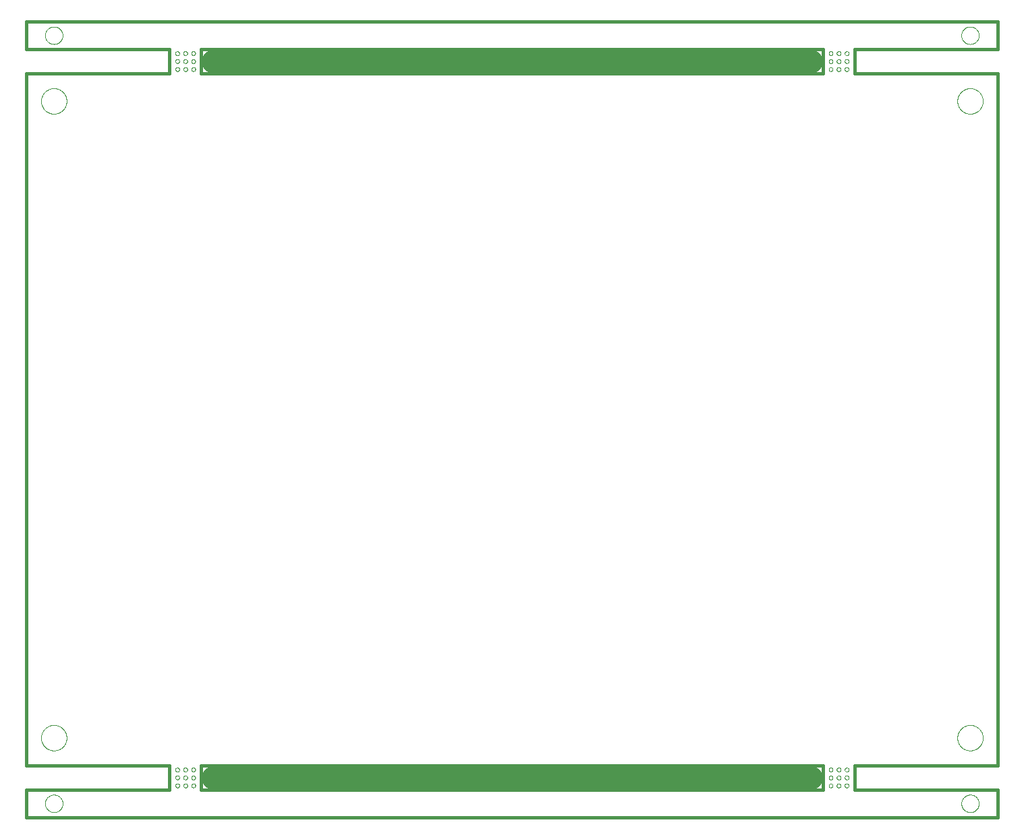
<source format=gko>
G75*
%MOIN*%
%OFA0B0*%
%FSLAX25Y25*%
%IPPOS*%
%LPD*%
%AMOC8*
5,1,8,0,0,1.08239X$1,22.5*
%
%ADD10C,0.00000*%
%ADD11C,0.01600*%
%ADD12C,0.11811*%
D10*
X0012096Y0008690D02*
X0012098Y0008821D01*
X0012104Y0008953D01*
X0012114Y0009084D01*
X0012128Y0009215D01*
X0012146Y0009345D01*
X0012168Y0009474D01*
X0012193Y0009603D01*
X0012223Y0009731D01*
X0012257Y0009858D01*
X0012294Y0009985D01*
X0012335Y0010109D01*
X0012380Y0010233D01*
X0012429Y0010355D01*
X0012481Y0010476D01*
X0012537Y0010594D01*
X0012597Y0010712D01*
X0012660Y0010827D01*
X0012727Y0010940D01*
X0012797Y0011052D01*
X0012870Y0011161D01*
X0012946Y0011267D01*
X0013026Y0011372D01*
X0013109Y0011474D01*
X0013195Y0011573D01*
X0013284Y0011670D01*
X0013376Y0011764D01*
X0013471Y0011855D01*
X0013568Y0011944D01*
X0013668Y0012029D01*
X0013771Y0012111D01*
X0013876Y0012190D01*
X0013983Y0012266D01*
X0014093Y0012338D01*
X0014205Y0012407D01*
X0014319Y0012473D01*
X0014434Y0012535D01*
X0014552Y0012594D01*
X0014671Y0012649D01*
X0014792Y0012701D01*
X0014915Y0012748D01*
X0015039Y0012792D01*
X0015164Y0012833D01*
X0015290Y0012869D01*
X0015418Y0012902D01*
X0015546Y0012930D01*
X0015675Y0012955D01*
X0015805Y0012976D01*
X0015935Y0012993D01*
X0016066Y0013006D01*
X0016197Y0013015D01*
X0016328Y0013020D01*
X0016460Y0013021D01*
X0016591Y0013018D01*
X0016723Y0013011D01*
X0016854Y0013000D01*
X0016984Y0012985D01*
X0017114Y0012966D01*
X0017244Y0012943D01*
X0017372Y0012917D01*
X0017500Y0012886D01*
X0017627Y0012851D01*
X0017753Y0012813D01*
X0017877Y0012771D01*
X0018001Y0012725D01*
X0018122Y0012675D01*
X0018242Y0012622D01*
X0018361Y0012565D01*
X0018478Y0012505D01*
X0018592Y0012441D01*
X0018705Y0012373D01*
X0018816Y0012302D01*
X0018925Y0012228D01*
X0019031Y0012151D01*
X0019135Y0012070D01*
X0019236Y0011987D01*
X0019335Y0011900D01*
X0019431Y0011810D01*
X0019524Y0011717D01*
X0019615Y0011622D01*
X0019702Y0011524D01*
X0019787Y0011423D01*
X0019868Y0011320D01*
X0019946Y0011214D01*
X0020021Y0011106D01*
X0020093Y0010996D01*
X0020161Y0010884D01*
X0020226Y0010770D01*
X0020287Y0010653D01*
X0020345Y0010535D01*
X0020399Y0010415D01*
X0020450Y0010294D01*
X0020497Y0010171D01*
X0020540Y0010047D01*
X0020579Y0009922D01*
X0020615Y0009795D01*
X0020646Y0009667D01*
X0020674Y0009539D01*
X0020698Y0009410D01*
X0020718Y0009280D01*
X0020734Y0009149D01*
X0020746Y0009018D01*
X0020754Y0008887D01*
X0020758Y0008756D01*
X0020758Y0008624D01*
X0020754Y0008493D01*
X0020746Y0008362D01*
X0020734Y0008231D01*
X0020718Y0008100D01*
X0020698Y0007970D01*
X0020674Y0007841D01*
X0020646Y0007713D01*
X0020615Y0007585D01*
X0020579Y0007458D01*
X0020540Y0007333D01*
X0020497Y0007209D01*
X0020450Y0007086D01*
X0020399Y0006965D01*
X0020345Y0006845D01*
X0020287Y0006727D01*
X0020226Y0006610D01*
X0020161Y0006496D01*
X0020093Y0006384D01*
X0020021Y0006274D01*
X0019946Y0006166D01*
X0019868Y0006060D01*
X0019787Y0005957D01*
X0019702Y0005856D01*
X0019615Y0005758D01*
X0019524Y0005663D01*
X0019431Y0005570D01*
X0019335Y0005480D01*
X0019236Y0005393D01*
X0019135Y0005310D01*
X0019031Y0005229D01*
X0018925Y0005152D01*
X0018816Y0005078D01*
X0018705Y0005007D01*
X0018593Y0004939D01*
X0018478Y0004875D01*
X0018361Y0004815D01*
X0018242Y0004758D01*
X0018122Y0004705D01*
X0018001Y0004655D01*
X0017877Y0004609D01*
X0017753Y0004567D01*
X0017627Y0004529D01*
X0017500Y0004494D01*
X0017372Y0004463D01*
X0017244Y0004437D01*
X0017114Y0004414D01*
X0016984Y0004395D01*
X0016854Y0004380D01*
X0016723Y0004369D01*
X0016591Y0004362D01*
X0016460Y0004359D01*
X0016328Y0004360D01*
X0016197Y0004365D01*
X0016066Y0004374D01*
X0015935Y0004387D01*
X0015805Y0004404D01*
X0015675Y0004425D01*
X0015546Y0004450D01*
X0015418Y0004478D01*
X0015290Y0004511D01*
X0015164Y0004547D01*
X0015039Y0004588D01*
X0014915Y0004632D01*
X0014792Y0004679D01*
X0014671Y0004731D01*
X0014552Y0004786D01*
X0014434Y0004845D01*
X0014319Y0004907D01*
X0014205Y0004973D01*
X0014093Y0005042D01*
X0013983Y0005114D01*
X0013876Y0005190D01*
X0013771Y0005269D01*
X0013668Y0005351D01*
X0013568Y0005436D01*
X0013471Y0005525D01*
X0013376Y0005616D01*
X0013284Y0005710D01*
X0013195Y0005807D01*
X0013109Y0005906D01*
X0013026Y0006008D01*
X0012946Y0006113D01*
X0012870Y0006219D01*
X0012797Y0006328D01*
X0012727Y0006440D01*
X0012660Y0006553D01*
X0012597Y0006668D01*
X0012537Y0006786D01*
X0012481Y0006904D01*
X0012429Y0007025D01*
X0012380Y0007147D01*
X0012335Y0007271D01*
X0012294Y0007395D01*
X0012257Y0007522D01*
X0012223Y0007649D01*
X0012193Y0007777D01*
X0012168Y0007906D01*
X0012146Y0008035D01*
X0012128Y0008165D01*
X0012114Y0008296D01*
X0012104Y0008427D01*
X0012098Y0008559D01*
X0012096Y0008690D01*
X0010128Y0041170D02*
X0010130Y0041328D01*
X0010136Y0041486D01*
X0010146Y0041644D01*
X0010160Y0041802D01*
X0010178Y0041959D01*
X0010199Y0042116D01*
X0010225Y0042272D01*
X0010255Y0042428D01*
X0010288Y0042583D01*
X0010326Y0042736D01*
X0010367Y0042889D01*
X0010412Y0043041D01*
X0010461Y0043192D01*
X0010514Y0043341D01*
X0010570Y0043489D01*
X0010630Y0043635D01*
X0010694Y0043780D01*
X0010762Y0043923D01*
X0010833Y0044065D01*
X0010907Y0044205D01*
X0010985Y0044342D01*
X0011067Y0044478D01*
X0011151Y0044612D01*
X0011240Y0044743D01*
X0011331Y0044872D01*
X0011426Y0044999D01*
X0011523Y0045124D01*
X0011624Y0045246D01*
X0011728Y0045365D01*
X0011835Y0045482D01*
X0011945Y0045596D01*
X0012058Y0045707D01*
X0012173Y0045816D01*
X0012291Y0045921D01*
X0012412Y0046023D01*
X0012535Y0046123D01*
X0012661Y0046219D01*
X0012789Y0046312D01*
X0012919Y0046402D01*
X0013052Y0046488D01*
X0013187Y0046572D01*
X0013323Y0046651D01*
X0013462Y0046728D01*
X0013603Y0046800D01*
X0013745Y0046870D01*
X0013889Y0046935D01*
X0014035Y0046997D01*
X0014182Y0047055D01*
X0014331Y0047110D01*
X0014481Y0047161D01*
X0014632Y0047208D01*
X0014784Y0047251D01*
X0014937Y0047290D01*
X0015092Y0047326D01*
X0015247Y0047357D01*
X0015403Y0047385D01*
X0015559Y0047409D01*
X0015716Y0047429D01*
X0015874Y0047445D01*
X0016031Y0047457D01*
X0016190Y0047465D01*
X0016348Y0047469D01*
X0016506Y0047469D01*
X0016664Y0047465D01*
X0016823Y0047457D01*
X0016980Y0047445D01*
X0017138Y0047429D01*
X0017295Y0047409D01*
X0017451Y0047385D01*
X0017607Y0047357D01*
X0017762Y0047326D01*
X0017917Y0047290D01*
X0018070Y0047251D01*
X0018222Y0047208D01*
X0018373Y0047161D01*
X0018523Y0047110D01*
X0018672Y0047055D01*
X0018819Y0046997D01*
X0018965Y0046935D01*
X0019109Y0046870D01*
X0019251Y0046800D01*
X0019392Y0046728D01*
X0019531Y0046651D01*
X0019667Y0046572D01*
X0019802Y0046488D01*
X0019935Y0046402D01*
X0020065Y0046312D01*
X0020193Y0046219D01*
X0020319Y0046123D01*
X0020442Y0046023D01*
X0020563Y0045921D01*
X0020681Y0045816D01*
X0020796Y0045707D01*
X0020909Y0045596D01*
X0021019Y0045482D01*
X0021126Y0045365D01*
X0021230Y0045246D01*
X0021331Y0045124D01*
X0021428Y0044999D01*
X0021523Y0044872D01*
X0021614Y0044743D01*
X0021703Y0044612D01*
X0021787Y0044478D01*
X0021869Y0044342D01*
X0021947Y0044205D01*
X0022021Y0044065D01*
X0022092Y0043923D01*
X0022160Y0043780D01*
X0022224Y0043635D01*
X0022284Y0043489D01*
X0022340Y0043341D01*
X0022393Y0043192D01*
X0022442Y0043041D01*
X0022487Y0042889D01*
X0022528Y0042736D01*
X0022566Y0042583D01*
X0022599Y0042428D01*
X0022629Y0042272D01*
X0022655Y0042116D01*
X0022676Y0041959D01*
X0022694Y0041802D01*
X0022708Y0041644D01*
X0022718Y0041486D01*
X0022724Y0041328D01*
X0022726Y0041170D01*
X0022724Y0041012D01*
X0022718Y0040854D01*
X0022708Y0040696D01*
X0022694Y0040538D01*
X0022676Y0040381D01*
X0022655Y0040224D01*
X0022629Y0040068D01*
X0022599Y0039912D01*
X0022566Y0039757D01*
X0022528Y0039604D01*
X0022487Y0039451D01*
X0022442Y0039299D01*
X0022393Y0039148D01*
X0022340Y0038999D01*
X0022284Y0038851D01*
X0022224Y0038705D01*
X0022160Y0038560D01*
X0022092Y0038417D01*
X0022021Y0038275D01*
X0021947Y0038135D01*
X0021869Y0037998D01*
X0021787Y0037862D01*
X0021703Y0037728D01*
X0021614Y0037597D01*
X0021523Y0037468D01*
X0021428Y0037341D01*
X0021331Y0037216D01*
X0021230Y0037094D01*
X0021126Y0036975D01*
X0021019Y0036858D01*
X0020909Y0036744D01*
X0020796Y0036633D01*
X0020681Y0036524D01*
X0020563Y0036419D01*
X0020442Y0036317D01*
X0020319Y0036217D01*
X0020193Y0036121D01*
X0020065Y0036028D01*
X0019935Y0035938D01*
X0019802Y0035852D01*
X0019667Y0035768D01*
X0019531Y0035689D01*
X0019392Y0035612D01*
X0019251Y0035540D01*
X0019109Y0035470D01*
X0018965Y0035405D01*
X0018819Y0035343D01*
X0018672Y0035285D01*
X0018523Y0035230D01*
X0018373Y0035179D01*
X0018222Y0035132D01*
X0018070Y0035089D01*
X0017917Y0035050D01*
X0017762Y0035014D01*
X0017607Y0034983D01*
X0017451Y0034955D01*
X0017295Y0034931D01*
X0017138Y0034911D01*
X0016980Y0034895D01*
X0016823Y0034883D01*
X0016664Y0034875D01*
X0016506Y0034871D01*
X0016348Y0034871D01*
X0016190Y0034875D01*
X0016031Y0034883D01*
X0015874Y0034895D01*
X0015716Y0034911D01*
X0015559Y0034931D01*
X0015403Y0034955D01*
X0015247Y0034983D01*
X0015092Y0035014D01*
X0014937Y0035050D01*
X0014784Y0035089D01*
X0014632Y0035132D01*
X0014481Y0035179D01*
X0014331Y0035230D01*
X0014182Y0035285D01*
X0014035Y0035343D01*
X0013889Y0035405D01*
X0013745Y0035470D01*
X0013603Y0035540D01*
X0013462Y0035612D01*
X0013323Y0035689D01*
X0013187Y0035768D01*
X0013052Y0035852D01*
X0012919Y0035938D01*
X0012789Y0036028D01*
X0012661Y0036121D01*
X0012535Y0036217D01*
X0012412Y0036317D01*
X0012291Y0036419D01*
X0012173Y0036524D01*
X0012058Y0036633D01*
X0011945Y0036744D01*
X0011835Y0036858D01*
X0011728Y0036975D01*
X0011624Y0037094D01*
X0011523Y0037216D01*
X0011426Y0037341D01*
X0011331Y0037468D01*
X0011240Y0037597D01*
X0011151Y0037728D01*
X0011067Y0037862D01*
X0010985Y0037998D01*
X0010907Y0038135D01*
X0010833Y0038275D01*
X0010762Y0038417D01*
X0010694Y0038560D01*
X0010630Y0038705D01*
X0010570Y0038851D01*
X0010514Y0038999D01*
X0010461Y0039148D01*
X0010412Y0039299D01*
X0010367Y0039451D01*
X0010326Y0039604D01*
X0010288Y0039757D01*
X0010255Y0039912D01*
X0010225Y0040068D01*
X0010199Y0040224D01*
X0010178Y0040381D01*
X0010160Y0040538D01*
X0010146Y0040696D01*
X0010136Y0040854D01*
X0010130Y0041012D01*
X0010128Y0041170D01*
X0076466Y0025422D02*
X0076468Y0025484D01*
X0076474Y0025547D01*
X0076484Y0025608D01*
X0076498Y0025669D01*
X0076515Y0025729D01*
X0076536Y0025788D01*
X0076562Y0025845D01*
X0076590Y0025900D01*
X0076622Y0025954D01*
X0076658Y0026005D01*
X0076696Y0026055D01*
X0076738Y0026101D01*
X0076782Y0026145D01*
X0076830Y0026186D01*
X0076879Y0026224D01*
X0076931Y0026258D01*
X0076985Y0026289D01*
X0077041Y0026317D01*
X0077099Y0026341D01*
X0077158Y0026362D01*
X0077218Y0026378D01*
X0077279Y0026391D01*
X0077341Y0026400D01*
X0077403Y0026405D01*
X0077466Y0026406D01*
X0077528Y0026403D01*
X0077590Y0026396D01*
X0077652Y0026385D01*
X0077712Y0026370D01*
X0077772Y0026352D01*
X0077830Y0026330D01*
X0077887Y0026304D01*
X0077942Y0026274D01*
X0077995Y0026241D01*
X0078046Y0026205D01*
X0078094Y0026166D01*
X0078140Y0026123D01*
X0078183Y0026078D01*
X0078223Y0026030D01*
X0078260Y0025980D01*
X0078294Y0025927D01*
X0078325Y0025873D01*
X0078351Y0025817D01*
X0078375Y0025759D01*
X0078394Y0025699D01*
X0078410Y0025639D01*
X0078422Y0025577D01*
X0078430Y0025516D01*
X0078434Y0025453D01*
X0078434Y0025391D01*
X0078430Y0025328D01*
X0078422Y0025267D01*
X0078410Y0025205D01*
X0078394Y0025145D01*
X0078375Y0025085D01*
X0078351Y0025027D01*
X0078325Y0024971D01*
X0078294Y0024917D01*
X0078260Y0024864D01*
X0078223Y0024814D01*
X0078183Y0024766D01*
X0078140Y0024721D01*
X0078094Y0024678D01*
X0078046Y0024639D01*
X0077995Y0024603D01*
X0077942Y0024570D01*
X0077887Y0024540D01*
X0077830Y0024514D01*
X0077772Y0024492D01*
X0077712Y0024474D01*
X0077652Y0024459D01*
X0077590Y0024448D01*
X0077528Y0024441D01*
X0077466Y0024438D01*
X0077403Y0024439D01*
X0077341Y0024444D01*
X0077279Y0024453D01*
X0077218Y0024466D01*
X0077158Y0024482D01*
X0077099Y0024503D01*
X0077041Y0024527D01*
X0076985Y0024555D01*
X0076931Y0024586D01*
X0076879Y0024620D01*
X0076830Y0024658D01*
X0076782Y0024699D01*
X0076738Y0024743D01*
X0076696Y0024789D01*
X0076658Y0024839D01*
X0076622Y0024890D01*
X0076590Y0024944D01*
X0076562Y0024999D01*
X0076536Y0025056D01*
X0076515Y0025115D01*
X0076498Y0025175D01*
X0076484Y0025236D01*
X0076474Y0025297D01*
X0076468Y0025360D01*
X0076466Y0025422D01*
X0076466Y0021485D02*
X0076468Y0021547D01*
X0076474Y0021610D01*
X0076484Y0021671D01*
X0076498Y0021732D01*
X0076515Y0021792D01*
X0076536Y0021851D01*
X0076562Y0021908D01*
X0076590Y0021963D01*
X0076622Y0022017D01*
X0076658Y0022068D01*
X0076696Y0022118D01*
X0076738Y0022164D01*
X0076782Y0022208D01*
X0076830Y0022249D01*
X0076879Y0022287D01*
X0076931Y0022321D01*
X0076985Y0022352D01*
X0077041Y0022380D01*
X0077099Y0022404D01*
X0077158Y0022425D01*
X0077218Y0022441D01*
X0077279Y0022454D01*
X0077341Y0022463D01*
X0077403Y0022468D01*
X0077466Y0022469D01*
X0077528Y0022466D01*
X0077590Y0022459D01*
X0077652Y0022448D01*
X0077712Y0022433D01*
X0077772Y0022415D01*
X0077830Y0022393D01*
X0077887Y0022367D01*
X0077942Y0022337D01*
X0077995Y0022304D01*
X0078046Y0022268D01*
X0078094Y0022229D01*
X0078140Y0022186D01*
X0078183Y0022141D01*
X0078223Y0022093D01*
X0078260Y0022043D01*
X0078294Y0021990D01*
X0078325Y0021936D01*
X0078351Y0021880D01*
X0078375Y0021822D01*
X0078394Y0021762D01*
X0078410Y0021702D01*
X0078422Y0021640D01*
X0078430Y0021579D01*
X0078434Y0021516D01*
X0078434Y0021454D01*
X0078430Y0021391D01*
X0078422Y0021330D01*
X0078410Y0021268D01*
X0078394Y0021208D01*
X0078375Y0021148D01*
X0078351Y0021090D01*
X0078325Y0021034D01*
X0078294Y0020980D01*
X0078260Y0020927D01*
X0078223Y0020877D01*
X0078183Y0020829D01*
X0078140Y0020784D01*
X0078094Y0020741D01*
X0078046Y0020702D01*
X0077995Y0020666D01*
X0077942Y0020633D01*
X0077887Y0020603D01*
X0077830Y0020577D01*
X0077772Y0020555D01*
X0077712Y0020537D01*
X0077652Y0020522D01*
X0077590Y0020511D01*
X0077528Y0020504D01*
X0077466Y0020501D01*
X0077403Y0020502D01*
X0077341Y0020507D01*
X0077279Y0020516D01*
X0077218Y0020529D01*
X0077158Y0020545D01*
X0077099Y0020566D01*
X0077041Y0020590D01*
X0076985Y0020618D01*
X0076931Y0020649D01*
X0076879Y0020683D01*
X0076830Y0020721D01*
X0076782Y0020762D01*
X0076738Y0020806D01*
X0076696Y0020852D01*
X0076658Y0020902D01*
X0076622Y0020953D01*
X0076590Y0021007D01*
X0076562Y0021062D01*
X0076536Y0021119D01*
X0076515Y0021178D01*
X0076498Y0021238D01*
X0076484Y0021299D01*
X0076474Y0021360D01*
X0076468Y0021423D01*
X0076466Y0021485D01*
X0076466Y0017548D02*
X0076468Y0017610D01*
X0076474Y0017673D01*
X0076484Y0017734D01*
X0076498Y0017795D01*
X0076515Y0017855D01*
X0076536Y0017914D01*
X0076562Y0017971D01*
X0076590Y0018026D01*
X0076622Y0018080D01*
X0076658Y0018131D01*
X0076696Y0018181D01*
X0076738Y0018227D01*
X0076782Y0018271D01*
X0076830Y0018312D01*
X0076879Y0018350D01*
X0076931Y0018384D01*
X0076985Y0018415D01*
X0077041Y0018443D01*
X0077099Y0018467D01*
X0077158Y0018488D01*
X0077218Y0018504D01*
X0077279Y0018517D01*
X0077341Y0018526D01*
X0077403Y0018531D01*
X0077466Y0018532D01*
X0077528Y0018529D01*
X0077590Y0018522D01*
X0077652Y0018511D01*
X0077712Y0018496D01*
X0077772Y0018478D01*
X0077830Y0018456D01*
X0077887Y0018430D01*
X0077942Y0018400D01*
X0077995Y0018367D01*
X0078046Y0018331D01*
X0078094Y0018292D01*
X0078140Y0018249D01*
X0078183Y0018204D01*
X0078223Y0018156D01*
X0078260Y0018106D01*
X0078294Y0018053D01*
X0078325Y0017999D01*
X0078351Y0017943D01*
X0078375Y0017885D01*
X0078394Y0017825D01*
X0078410Y0017765D01*
X0078422Y0017703D01*
X0078430Y0017642D01*
X0078434Y0017579D01*
X0078434Y0017517D01*
X0078430Y0017454D01*
X0078422Y0017393D01*
X0078410Y0017331D01*
X0078394Y0017271D01*
X0078375Y0017211D01*
X0078351Y0017153D01*
X0078325Y0017097D01*
X0078294Y0017043D01*
X0078260Y0016990D01*
X0078223Y0016940D01*
X0078183Y0016892D01*
X0078140Y0016847D01*
X0078094Y0016804D01*
X0078046Y0016765D01*
X0077995Y0016729D01*
X0077942Y0016696D01*
X0077887Y0016666D01*
X0077830Y0016640D01*
X0077772Y0016618D01*
X0077712Y0016600D01*
X0077652Y0016585D01*
X0077590Y0016574D01*
X0077528Y0016567D01*
X0077466Y0016564D01*
X0077403Y0016565D01*
X0077341Y0016570D01*
X0077279Y0016579D01*
X0077218Y0016592D01*
X0077158Y0016608D01*
X0077099Y0016629D01*
X0077041Y0016653D01*
X0076985Y0016681D01*
X0076931Y0016712D01*
X0076879Y0016746D01*
X0076830Y0016784D01*
X0076782Y0016825D01*
X0076738Y0016869D01*
X0076696Y0016915D01*
X0076658Y0016965D01*
X0076622Y0017016D01*
X0076590Y0017070D01*
X0076562Y0017125D01*
X0076536Y0017182D01*
X0076515Y0017241D01*
X0076498Y0017301D01*
X0076484Y0017362D01*
X0076474Y0017423D01*
X0076468Y0017486D01*
X0076466Y0017548D01*
X0080403Y0017548D02*
X0080405Y0017610D01*
X0080411Y0017673D01*
X0080421Y0017734D01*
X0080435Y0017795D01*
X0080452Y0017855D01*
X0080473Y0017914D01*
X0080499Y0017971D01*
X0080527Y0018026D01*
X0080559Y0018080D01*
X0080595Y0018131D01*
X0080633Y0018181D01*
X0080675Y0018227D01*
X0080719Y0018271D01*
X0080767Y0018312D01*
X0080816Y0018350D01*
X0080868Y0018384D01*
X0080922Y0018415D01*
X0080978Y0018443D01*
X0081036Y0018467D01*
X0081095Y0018488D01*
X0081155Y0018504D01*
X0081216Y0018517D01*
X0081278Y0018526D01*
X0081340Y0018531D01*
X0081403Y0018532D01*
X0081465Y0018529D01*
X0081527Y0018522D01*
X0081589Y0018511D01*
X0081649Y0018496D01*
X0081709Y0018478D01*
X0081767Y0018456D01*
X0081824Y0018430D01*
X0081879Y0018400D01*
X0081932Y0018367D01*
X0081983Y0018331D01*
X0082031Y0018292D01*
X0082077Y0018249D01*
X0082120Y0018204D01*
X0082160Y0018156D01*
X0082197Y0018106D01*
X0082231Y0018053D01*
X0082262Y0017999D01*
X0082288Y0017943D01*
X0082312Y0017885D01*
X0082331Y0017825D01*
X0082347Y0017765D01*
X0082359Y0017703D01*
X0082367Y0017642D01*
X0082371Y0017579D01*
X0082371Y0017517D01*
X0082367Y0017454D01*
X0082359Y0017393D01*
X0082347Y0017331D01*
X0082331Y0017271D01*
X0082312Y0017211D01*
X0082288Y0017153D01*
X0082262Y0017097D01*
X0082231Y0017043D01*
X0082197Y0016990D01*
X0082160Y0016940D01*
X0082120Y0016892D01*
X0082077Y0016847D01*
X0082031Y0016804D01*
X0081983Y0016765D01*
X0081932Y0016729D01*
X0081879Y0016696D01*
X0081824Y0016666D01*
X0081767Y0016640D01*
X0081709Y0016618D01*
X0081649Y0016600D01*
X0081589Y0016585D01*
X0081527Y0016574D01*
X0081465Y0016567D01*
X0081403Y0016564D01*
X0081340Y0016565D01*
X0081278Y0016570D01*
X0081216Y0016579D01*
X0081155Y0016592D01*
X0081095Y0016608D01*
X0081036Y0016629D01*
X0080978Y0016653D01*
X0080922Y0016681D01*
X0080868Y0016712D01*
X0080816Y0016746D01*
X0080767Y0016784D01*
X0080719Y0016825D01*
X0080675Y0016869D01*
X0080633Y0016915D01*
X0080595Y0016965D01*
X0080559Y0017016D01*
X0080527Y0017070D01*
X0080499Y0017125D01*
X0080473Y0017182D01*
X0080452Y0017241D01*
X0080435Y0017301D01*
X0080421Y0017362D01*
X0080411Y0017423D01*
X0080405Y0017486D01*
X0080403Y0017548D01*
X0080403Y0021485D02*
X0080405Y0021547D01*
X0080411Y0021610D01*
X0080421Y0021671D01*
X0080435Y0021732D01*
X0080452Y0021792D01*
X0080473Y0021851D01*
X0080499Y0021908D01*
X0080527Y0021963D01*
X0080559Y0022017D01*
X0080595Y0022068D01*
X0080633Y0022118D01*
X0080675Y0022164D01*
X0080719Y0022208D01*
X0080767Y0022249D01*
X0080816Y0022287D01*
X0080868Y0022321D01*
X0080922Y0022352D01*
X0080978Y0022380D01*
X0081036Y0022404D01*
X0081095Y0022425D01*
X0081155Y0022441D01*
X0081216Y0022454D01*
X0081278Y0022463D01*
X0081340Y0022468D01*
X0081403Y0022469D01*
X0081465Y0022466D01*
X0081527Y0022459D01*
X0081589Y0022448D01*
X0081649Y0022433D01*
X0081709Y0022415D01*
X0081767Y0022393D01*
X0081824Y0022367D01*
X0081879Y0022337D01*
X0081932Y0022304D01*
X0081983Y0022268D01*
X0082031Y0022229D01*
X0082077Y0022186D01*
X0082120Y0022141D01*
X0082160Y0022093D01*
X0082197Y0022043D01*
X0082231Y0021990D01*
X0082262Y0021936D01*
X0082288Y0021880D01*
X0082312Y0021822D01*
X0082331Y0021762D01*
X0082347Y0021702D01*
X0082359Y0021640D01*
X0082367Y0021579D01*
X0082371Y0021516D01*
X0082371Y0021454D01*
X0082367Y0021391D01*
X0082359Y0021330D01*
X0082347Y0021268D01*
X0082331Y0021208D01*
X0082312Y0021148D01*
X0082288Y0021090D01*
X0082262Y0021034D01*
X0082231Y0020980D01*
X0082197Y0020927D01*
X0082160Y0020877D01*
X0082120Y0020829D01*
X0082077Y0020784D01*
X0082031Y0020741D01*
X0081983Y0020702D01*
X0081932Y0020666D01*
X0081879Y0020633D01*
X0081824Y0020603D01*
X0081767Y0020577D01*
X0081709Y0020555D01*
X0081649Y0020537D01*
X0081589Y0020522D01*
X0081527Y0020511D01*
X0081465Y0020504D01*
X0081403Y0020501D01*
X0081340Y0020502D01*
X0081278Y0020507D01*
X0081216Y0020516D01*
X0081155Y0020529D01*
X0081095Y0020545D01*
X0081036Y0020566D01*
X0080978Y0020590D01*
X0080922Y0020618D01*
X0080868Y0020649D01*
X0080816Y0020683D01*
X0080767Y0020721D01*
X0080719Y0020762D01*
X0080675Y0020806D01*
X0080633Y0020852D01*
X0080595Y0020902D01*
X0080559Y0020953D01*
X0080527Y0021007D01*
X0080499Y0021062D01*
X0080473Y0021119D01*
X0080452Y0021178D01*
X0080435Y0021238D01*
X0080421Y0021299D01*
X0080411Y0021360D01*
X0080405Y0021423D01*
X0080403Y0021485D01*
X0080403Y0025422D02*
X0080405Y0025484D01*
X0080411Y0025547D01*
X0080421Y0025608D01*
X0080435Y0025669D01*
X0080452Y0025729D01*
X0080473Y0025788D01*
X0080499Y0025845D01*
X0080527Y0025900D01*
X0080559Y0025954D01*
X0080595Y0026005D01*
X0080633Y0026055D01*
X0080675Y0026101D01*
X0080719Y0026145D01*
X0080767Y0026186D01*
X0080816Y0026224D01*
X0080868Y0026258D01*
X0080922Y0026289D01*
X0080978Y0026317D01*
X0081036Y0026341D01*
X0081095Y0026362D01*
X0081155Y0026378D01*
X0081216Y0026391D01*
X0081278Y0026400D01*
X0081340Y0026405D01*
X0081403Y0026406D01*
X0081465Y0026403D01*
X0081527Y0026396D01*
X0081589Y0026385D01*
X0081649Y0026370D01*
X0081709Y0026352D01*
X0081767Y0026330D01*
X0081824Y0026304D01*
X0081879Y0026274D01*
X0081932Y0026241D01*
X0081983Y0026205D01*
X0082031Y0026166D01*
X0082077Y0026123D01*
X0082120Y0026078D01*
X0082160Y0026030D01*
X0082197Y0025980D01*
X0082231Y0025927D01*
X0082262Y0025873D01*
X0082288Y0025817D01*
X0082312Y0025759D01*
X0082331Y0025699D01*
X0082347Y0025639D01*
X0082359Y0025577D01*
X0082367Y0025516D01*
X0082371Y0025453D01*
X0082371Y0025391D01*
X0082367Y0025328D01*
X0082359Y0025267D01*
X0082347Y0025205D01*
X0082331Y0025145D01*
X0082312Y0025085D01*
X0082288Y0025027D01*
X0082262Y0024971D01*
X0082231Y0024917D01*
X0082197Y0024864D01*
X0082160Y0024814D01*
X0082120Y0024766D01*
X0082077Y0024721D01*
X0082031Y0024678D01*
X0081983Y0024639D01*
X0081932Y0024603D01*
X0081879Y0024570D01*
X0081824Y0024540D01*
X0081767Y0024514D01*
X0081709Y0024492D01*
X0081649Y0024474D01*
X0081589Y0024459D01*
X0081527Y0024448D01*
X0081465Y0024441D01*
X0081403Y0024438D01*
X0081340Y0024439D01*
X0081278Y0024444D01*
X0081216Y0024453D01*
X0081155Y0024466D01*
X0081095Y0024482D01*
X0081036Y0024503D01*
X0080978Y0024527D01*
X0080922Y0024555D01*
X0080868Y0024586D01*
X0080816Y0024620D01*
X0080767Y0024658D01*
X0080719Y0024699D01*
X0080675Y0024743D01*
X0080633Y0024789D01*
X0080595Y0024839D01*
X0080559Y0024890D01*
X0080527Y0024944D01*
X0080499Y0024999D01*
X0080473Y0025056D01*
X0080452Y0025115D01*
X0080435Y0025175D01*
X0080421Y0025236D01*
X0080411Y0025297D01*
X0080405Y0025360D01*
X0080403Y0025422D01*
X0084340Y0025422D02*
X0084342Y0025484D01*
X0084348Y0025547D01*
X0084358Y0025608D01*
X0084372Y0025669D01*
X0084389Y0025729D01*
X0084410Y0025788D01*
X0084436Y0025845D01*
X0084464Y0025900D01*
X0084496Y0025954D01*
X0084532Y0026005D01*
X0084570Y0026055D01*
X0084612Y0026101D01*
X0084656Y0026145D01*
X0084704Y0026186D01*
X0084753Y0026224D01*
X0084805Y0026258D01*
X0084859Y0026289D01*
X0084915Y0026317D01*
X0084973Y0026341D01*
X0085032Y0026362D01*
X0085092Y0026378D01*
X0085153Y0026391D01*
X0085215Y0026400D01*
X0085277Y0026405D01*
X0085340Y0026406D01*
X0085402Y0026403D01*
X0085464Y0026396D01*
X0085526Y0026385D01*
X0085586Y0026370D01*
X0085646Y0026352D01*
X0085704Y0026330D01*
X0085761Y0026304D01*
X0085816Y0026274D01*
X0085869Y0026241D01*
X0085920Y0026205D01*
X0085968Y0026166D01*
X0086014Y0026123D01*
X0086057Y0026078D01*
X0086097Y0026030D01*
X0086134Y0025980D01*
X0086168Y0025927D01*
X0086199Y0025873D01*
X0086225Y0025817D01*
X0086249Y0025759D01*
X0086268Y0025699D01*
X0086284Y0025639D01*
X0086296Y0025577D01*
X0086304Y0025516D01*
X0086308Y0025453D01*
X0086308Y0025391D01*
X0086304Y0025328D01*
X0086296Y0025267D01*
X0086284Y0025205D01*
X0086268Y0025145D01*
X0086249Y0025085D01*
X0086225Y0025027D01*
X0086199Y0024971D01*
X0086168Y0024917D01*
X0086134Y0024864D01*
X0086097Y0024814D01*
X0086057Y0024766D01*
X0086014Y0024721D01*
X0085968Y0024678D01*
X0085920Y0024639D01*
X0085869Y0024603D01*
X0085816Y0024570D01*
X0085761Y0024540D01*
X0085704Y0024514D01*
X0085646Y0024492D01*
X0085586Y0024474D01*
X0085526Y0024459D01*
X0085464Y0024448D01*
X0085402Y0024441D01*
X0085340Y0024438D01*
X0085277Y0024439D01*
X0085215Y0024444D01*
X0085153Y0024453D01*
X0085092Y0024466D01*
X0085032Y0024482D01*
X0084973Y0024503D01*
X0084915Y0024527D01*
X0084859Y0024555D01*
X0084805Y0024586D01*
X0084753Y0024620D01*
X0084704Y0024658D01*
X0084656Y0024699D01*
X0084612Y0024743D01*
X0084570Y0024789D01*
X0084532Y0024839D01*
X0084496Y0024890D01*
X0084464Y0024944D01*
X0084436Y0024999D01*
X0084410Y0025056D01*
X0084389Y0025115D01*
X0084372Y0025175D01*
X0084358Y0025236D01*
X0084348Y0025297D01*
X0084342Y0025360D01*
X0084340Y0025422D01*
X0084340Y0021485D02*
X0084342Y0021547D01*
X0084348Y0021610D01*
X0084358Y0021671D01*
X0084372Y0021732D01*
X0084389Y0021792D01*
X0084410Y0021851D01*
X0084436Y0021908D01*
X0084464Y0021963D01*
X0084496Y0022017D01*
X0084532Y0022068D01*
X0084570Y0022118D01*
X0084612Y0022164D01*
X0084656Y0022208D01*
X0084704Y0022249D01*
X0084753Y0022287D01*
X0084805Y0022321D01*
X0084859Y0022352D01*
X0084915Y0022380D01*
X0084973Y0022404D01*
X0085032Y0022425D01*
X0085092Y0022441D01*
X0085153Y0022454D01*
X0085215Y0022463D01*
X0085277Y0022468D01*
X0085340Y0022469D01*
X0085402Y0022466D01*
X0085464Y0022459D01*
X0085526Y0022448D01*
X0085586Y0022433D01*
X0085646Y0022415D01*
X0085704Y0022393D01*
X0085761Y0022367D01*
X0085816Y0022337D01*
X0085869Y0022304D01*
X0085920Y0022268D01*
X0085968Y0022229D01*
X0086014Y0022186D01*
X0086057Y0022141D01*
X0086097Y0022093D01*
X0086134Y0022043D01*
X0086168Y0021990D01*
X0086199Y0021936D01*
X0086225Y0021880D01*
X0086249Y0021822D01*
X0086268Y0021762D01*
X0086284Y0021702D01*
X0086296Y0021640D01*
X0086304Y0021579D01*
X0086308Y0021516D01*
X0086308Y0021454D01*
X0086304Y0021391D01*
X0086296Y0021330D01*
X0086284Y0021268D01*
X0086268Y0021208D01*
X0086249Y0021148D01*
X0086225Y0021090D01*
X0086199Y0021034D01*
X0086168Y0020980D01*
X0086134Y0020927D01*
X0086097Y0020877D01*
X0086057Y0020829D01*
X0086014Y0020784D01*
X0085968Y0020741D01*
X0085920Y0020702D01*
X0085869Y0020666D01*
X0085816Y0020633D01*
X0085761Y0020603D01*
X0085704Y0020577D01*
X0085646Y0020555D01*
X0085586Y0020537D01*
X0085526Y0020522D01*
X0085464Y0020511D01*
X0085402Y0020504D01*
X0085340Y0020501D01*
X0085277Y0020502D01*
X0085215Y0020507D01*
X0085153Y0020516D01*
X0085092Y0020529D01*
X0085032Y0020545D01*
X0084973Y0020566D01*
X0084915Y0020590D01*
X0084859Y0020618D01*
X0084805Y0020649D01*
X0084753Y0020683D01*
X0084704Y0020721D01*
X0084656Y0020762D01*
X0084612Y0020806D01*
X0084570Y0020852D01*
X0084532Y0020902D01*
X0084496Y0020953D01*
X0084464Y0021007D01*
X0084436Y0021062D01*
X0084410Y0021119D01*
X0084389Y0021178D01*
X0084372Y0021238D01*
X0084358Y0021299D01*
X0084348Y0021360D01*
X0084342Y0021423D01*
X0084340Y0021485D01*
X0084340Y0017548D02*
X0084342Y0017610D01*
X0084348Y0017673D01*
X0084358Y0017734D01*
X0084372Y0017795D01*
X0084389Y0017855D01*
X0084410Y0017914D01*
X0084436Y0017971D01*
X0084464Y0018026D01*
X0084496Y0018080D01*
X0084532Y0018131D01*
X0084570Y0018181D01*
X0084612Y0018227D01*
X0084656Y0018271D01*
X0084704Y0018312D01*
X0084753Y0018350D01*
X0084805Y0018384D01*
X0084859Y0018415D01*
X0084915Y0018443D01*
X0084973Y0018467D01*
X0085032Y0018488D01*
X0085092Y0018504D01*
X0085153Y0018517D01*
X0085215Y0018526D01*
X0085277Y0018531D01*
X0085340Y0018532D01*
X0085402Y0018529D01*
X0085464Y0018522D01*
X0085526Y0018511D01*
X0085586Y0018496D01*
X0085646Y0018478D01*
X0085704Y0018456D01*
X0085761Y0018430D01*
X0085816Y0018400D01*
X0085869Y0018367D01*
X0085920Y0018331D01*
X0085968Y0018292D01*
X0086014Y0018249D01*
X0086057Y0018204D01*
X0086097Y0018156D01*
X0086134Y0018106D01*
X0086168Y0018053D01*
X0086199Y0017999D01*
X0086225Y0017943D01*
X0086249Y0017885D01*
X0086268Y0017825D01*
X0086284Y0017765D01*
X0086296Y0017703D01*
X0086304Y0017642D01*
X0086308Y0017579D01*
X0086308Y0017517D01*
X0086304Y0017454D01*
X0086296Y0017393D01*
X0086284Y0017331D01*
X0086268Y0017271D01*
X0086249Y0017211D01*
X0086225Y0017153D01*
X0086199Y0017097D01*
X0086168Y0017043D01*
X0086134Y0016990D01*
X0086097Y0016940D01*
X0086057Y0016892D01*
X0086014Y0016847D01*
X0085968Y0016804D01*
X0085920Y0016765D01*
X0085869Y0016729D01*
X0085816Y0016696D01*
X0085761Y0016666D01*
X0085704Y0016640D01*
X0085646Y0016618D01*
X0085586Y0016600D01*
X0085526Y0016585D01*
X0085464Y0016574D01*
X0085402Y0016567D01*
X0085340Y0016564D01*
X0085277Y0016565D01*
X0085215Y0016570D01*
X0085153Y0016579D01*
X0085092Y0016592D01*
X0085032Y0016608D01*
X0084973Y0016629D01*
X0084915Y0016653D01*
X0084859Y0016681D01*
X0084805Y0016712D01*
X0084753Y0016746D01*
X0084704Y0016784D01*
X0084656Y0016825D01*
X0084612Y0016869D01*
X0084570Y0016915D01*
X0084532Y0016965D01*
X0084496Y0017016D01*
X0084464Y0017070D01*
X0084436Y0017125D01*
X0084410Y0017182D01*
X0084389Y0017241D01*
X0084372Y0017301D01*
X0084358Y0017362D01*
X0084348Y0017423D01*
X0084342Y0017486D01*
X0084340Y0017548D01*
X0399301Y0017548D02*
X0399303Y0017610D01*
X0399309Y0017673D01*
X0399319Y0017734D01*
X0399333Y0017795D01*
X0399350Y0017855D01*
X0399371Y0017914D01*
X0399397Y0017971D01*
X0399425Y0018026D01*
X0399457Y0018080D01*
X0399493Y0018131D01*
X0399531Y0018181D01*
X0399573Y0018227D01*
X0399617Y0018271D01*
X0399665Y0018312D01*
X0399714Y0018350D01*
X0399766Y0018384D01*
X0399820Y0018415D01*
X0399876Y0018443D01*
X0399934Y0018467D01*
X0399993Y0018488D01*
X0400053Y0018504D01*
X0400114Y0018517D01*
X0400176Y0018526D01*
X0400238Y0018531D01*
X0400301Y0018532D01*
X0400363Y0018529D01*
X0400425Y0018522D01*
X0400487Y0018511D01*
X0400547Y0018496D01*
X0400607Y0018478D01*
X0400665Y0018456D01*
X0400722Y0018430D01*
X0400777Y0018400D01*
X0400830Y0018367D01*
X0400881Y0018331D01*
X0400929Y0018292D01*
X0400975Y0018249D01*
X0401018Y0018204D01*
X0401058Y0018156D01*
X0401095Y0018106D01*
X0401129Y0018053D01*
X0401160Y0017999D01*
X0401186Y0017943D01*
X0401210Y0017885D01*
X0401229Y0017825D01*
X0401245Y0017765D01*
X0401257Y0017703D01*
X0401265Y0017642D01*
X0401269Y0017579D01*
X0401269Y0017517D01*
X0401265Y0017454D01*
X0401257Y0017393D01*
X0401245Y0017331D01*
X0401229Y0017271D01*
X0401210Y0017211D01*
X0401186Y0017153D01*
X0401160Y0017097D01*
X0401129Y0017043D01*
X0401095Y0016990D01*
X0401058Y0016940D01*
X0401018Y0016892D01*
X0400975Y0016847D01*
X0400929Y0016804D01*
X0400881Y0016765D01*
X0400830Y0016729D01*
X0400777Y0016696D01*
X0400722Y0016666D01*
X0400665Y0016640D01*
X0400607Y0016618D01*
X0400547Y0016600D01*
X0400487Y0016585D01*
X0400425Y0016574D01*
X0400363Y0016567D01*
X0400301Y0016564D01*
X0400238Y0016565D01*
X0400176Y0016570D01*
X0400114Y0016579D01*
X0400053Y0016592D01*
X0399993Y0016608D01*
X0399934Y0016629D01*
X0399876Y0016653D01*
X0399820Y0016681D01*
X0399766Y0016712D01*
X0399714Y0016746D01*
X0399665Y0016784D01*
X0399617Y0016825D01*
X0399573Y0016869D01*
X0399531Y0016915D01*
X0399493Y0016965D01*
X0399457Y0017016D01*
X0399425Y0017070D01*
X0399397Y0017125D01*
X0399371Y0017182D01*
X0399350Y0017241D01*
X0399333Y0017301D01*
X0399319Y0017362D01*
X0399309Y0017423D01*
X0399303Y0017486D01*
X0399301Y0017548D01*
X0399301Y0021485D02*
X0399303Y0021547D01*
X0399309Y0021610D01*
X0399319Y0021671D01*
X0399333Y0021732D01*
X0399350Y0021792D01*
X0399371Y0021851D01*
X0399397Y0021908D01*
X0399425Y0021963D01*
X0399457Y0022017D01*
X0399493Y0022068D01*
X0399531Y0022118D01*
X0399573Y0022164D01*
X0399617Y0022208D01*
X0399665Y0022249D01*
X0399714Y0022287D01*
X0399766Y0022321D01*
X0399820Y0022352D01*
X0399876Y0022380D01*
X0399934Y0022404D01*
X0399993Y0022425D01*
X0400053Y0022441D01*
X0400114Y0022454D01*
X0400176Y0022463D01*
X0400238Y0022468D01*
X0400301Y0022469D01*
X0400363Y0022466D01*
X0400425Y0022459D01*
X0400487Y0022448D01*
X0400547Y0022433D01*
X0400607Y0022415D01*
X0400665Y0022393D01*
X0400722Y0022367D01*
X0400777Y0022337D01*
X0400830Y0022304D01*
X0400881Y0022268D01*
X0400929Y0022229D01*
X0400975Y0022186D01*
X0401018Y0022141D01*
X0401058Y0022093D01*
X0401095Y0022043D01*
X0401129Y0021990D01*
X0401160Y0021936D01*
X0401186Y0021880D01*
X0401210Y0021822D01*
X0401229Y0021762D01*
X0401245Y0021702D01*
X0401257Y0021640D01*
X0401265Y0021579D01*
X0401269Y0021516D01*
X0401269Y0021454D01*
X0401265Y0021391D01*
X0401257Y0021330D01*
X0401245Y0021268D01*
X0401229Y0021208D01*
X0401210Y0021148D01*
X0401186Y0021090D01*
X0401160Y0021034D01*
X0401129Y0020980D01*
X0401095Y0020927D01*
X0401058Y0020877D01*
X0401018Y0020829D01*
X0400975Y0020784D01*
X0400929Y0020741D01*
X0400881Y0020702D01*
X0400830Y0020666D01*
X0400777Y0020633D01*
X0400722Y0020603D01*
X0400665Y0020577D01*
X0400607Y0020555D01*
X0400547Y0020537D01*
X0400487Y0020522D01*
X0400425Y0020511D01*
X0400363Y0020504D01*
X0400301Y0020501D01*
X0400238Y0020502D01*
X0400176Y0020507D01*
X0400114Y0020516D01*
X0400053Y0020529D01*
X0399993Y0020545D01*
X0399934Y0020566D01*
X0399876Y0020590D01*
X0399820Y0020618D01*
X0399766Y0020649D01*
X0399714Y0020683D01*
X0399665Y0020721D01*
X0399617Y0020762D01*
X0399573Y0020806D01*
X0399531Y0020852D01*
X0399493Y0020902D01*
X0399457Y0020953D01*
X0399425Y0021007D01*
X0399397Y0021062D01*
X0399371Y0021119D01*
X0399350Y0021178D01*
X0399333Y0021238D01*
X0399319Y0021299D01*
X0399309Y0021360D01*
X0399303Y0021423D01*
X0399301Y0021485D01*
X0399301Y0025422D02*
X0399303Y0025484D01*
X0399309Y0025547D01*
X0399319Y0025608D01*
X0399333Y0025669D01*
X0399350Y0025729D01*
X0399371Y0025788D01*
X0399397Y0025845D01*
X0399425Y0025900D01*
X0399457Y0025954D01*
X0399493Y0026005D01*
X0399531Y0026055D01*
X0399573Y0026101D01*
X0399617Y0026145D01*
X0399665Y0026186D01*
X0399714Y0026224D01*
X0399766Y0026258D01*
X0399820Y0026289D01*
X0399876Y0026317D01*
X0399934Y0026341D01*
X0399993Y0026362D01*
X0400053Y0026378D01*
X0400114Y0026391D01*
X0400176Y0026400D01*
X0400238Y0026405D01*
X0400301Y0026406D01*
X0400363Y0026403D01*
X0400425Y0026396D01*
X0400487Y0026385D01*
X0400547Y0026370D01*
X0400607Y0026352D01*
X0400665Y0026330D01*
X0400722Y0026304D01*
X0400777Y0026274D01*
X0400830Y0026241D01*
X0400881Y0026205D01*
X0400929Y0026166D01*
X0400975Y0026123D01*
X0401018Y0026078D01*
X0401058Y0026030D01*
X0401095Y0025980D01*
X0401129Y0025927D01*
X0401160Y0025873D01*
X0401186Y0025817D01*
X0401210Y0025759D01*
X0401229Y0025699D01*
X0401245Y0025639D01*
X0401257Y0025577D01*
X0401265Y0025516D01*
X0401269Y0025453D01*
X0401269Y0025391D01*
X0401265Y0025328D01*
X0401257Y0025267D01*
X0401245Y0025205D01*
X0401229Y0025145D01*
X0401210Y0025085D01*
X0401186Y0025027D01*
X0401160Y0024971D01*
X0401129Y0024917D01*
X0401095Y0024864D01*
X0401058Y0024814D01*
X0401018Y0024766D01*
X0400975Y0024721D01*
X0400929Y0024678D01*
X0400881Y0024639D01*
X0400830Y0024603D01*
X0400777Y0024570D01*
X0400722Y0024540D01*
X0400665Y0024514D01*
X0400607Y0024492D01*
X0400547Y0024474D01*
X0400487Y0024459D01*
X0400425Y0024448D01*
X0400363Y0024441D01*
X0400301Y0024438D01*
X0400238Y0024439D01*
X0400176Y0024444D01*
X0400114Y0024453D01*
X0400053Y0024466D01*
X0399993Y0024482D01*
X0399934Y0024503D01*
X0399876Y0024527D01*
X0399820Y0024555D01*
X0399766Y0024586D01*
X0399714Y0024620D01*
X0399665Y0024658D01*
X0399617Y0024699D01*
X0399573Y0024743D01*
X0399531Y0024789D01*
X0399493Y0024839D01*
X0399457Y0024890D01*
X0399425Y0024944D01*
X0399397Y0024999D01*
X0399371Y0025056D01*
X0399350Y0025115D01*
X0399333Y0025175D01*
X0399319Y0025236D01*
X0399309Y0025297D01*
X0399303Y0025360D01*
X0399301Y0025422D01*
X0403238Y0025422D02*
X0403240Y0025484D01*
X0403246Y0025547D01*
X0403256Y0025608D01*
X0403270Y0025669D01*
X0403287Y0025729D01*
X0403308Y0025788D01*
X0403334Y0025845D01*
X0403362Y0025900D01*
X0403394Y0025954D01*
X0403430Y0026005D01*
X0403468Y0026055D01*
X0403510Y0026101D01*
X0403554Y0026145D01*
X0403602Y0026186D01*
X0403651Y0026224D01*
X0403703Y0026258D01*
X0403757Y0026289D01*
X0403813Y0026317D01*
X0403871Y0026341D01*
X0403930Y0026362D01*
X0403990Y0026378D01*
X0404051Y0026391D01*
X0404113Y0026400D01*
X0404175Y0026405D01*
X0404238Y0026406D01*
X0404300Y0026403D01*
X0404362Y0026396D01*
X0404424Y0026385D01*
X0404484Y0026370D01*
X0404544Y0026352D01*
X0404602Y0026330D01*
X0404659Y0026304D01*
X0404714Y0026274D01*
X0404767Y0026241D01*
X0404818Y0026205D01*
X0404866Y0026166D01*
X0404912Y0026123D01*
X0404955Y0026078D01*
X0404995Y0026030D01*
X0405032Y0025980D01*
X0405066Y0025927D01*
X0405097Y0025873D01*
X0405123Y0025817D01*
X0405147Y0025759D01*
X0405166Y0025699D01*
X0405182Y0025639D01*
X0405194Y0025577D01*
X0405202Y0025516D01*
X0405206Y0025453D01*
X0405206Y0025391D01*
X0405202Y0025328D01*
X0405194Y0025267D01*
X0405182Y0025205D01*
X0405166Y0025145D01*
X0405147Y0025085D01*
X0405123Y0025027D01*
X0405097Y0024971D01*
X0405066Y0024917D01*
X0405032Y0024864D01*
X0404995Y0024814D01*
X0404955Y0024766D01*
X0404912Y0024721D01*
X0404866Y0024678D01*
X0404818Y0024639D01*
X0404767Y0024603D01*
X0404714Y0024570D01*
X0404659Y0024540D01*
X0404602Y0024514D01*
X0404544Y0024492D01*
X0404484Y0024474D01*
X0404424Y0024459D01*
X0404362Y0024448D01*
X0404300Y0024441D01*
X0404238Y0024438D01*
X0404175Y0024439D01*
X0404113Y0024444D01*
X0404051Y0024453D01*
X0403990Y0024466D01*
X0403930Y0024482D01*
X0403871Y0024503D01*
X0403813Y0024527D01*
X0403757Y0024555D01*
X0403703Y0024586D01*
X0403651Y0024620D01*
X0403602Y0024658D01*
X0403554Y0024699D01*
X0403510Y0024743D01*
X0403468Y0024789D01*
X0403430Y0024839D01*
X0403394Y0024890D01*
X0403362Y0024944D01*
X0403334Y0024999D01*
X0403308Y0025056D01*
X0403287Y0025115D01*
X0403270Y0025175D01*
X0403256Y0025236D01*
X0403246Y0025297D01*
X0403240Y0025360D01*
X0403238Y0025422D01*
X0403238Y0021485D02*
X0403240Y0021547D01*
X0403246Y0021610D01*
X0403256Y0021671D01*
X0403270Y0021732D01*
X0403287Y0021792D01*
X0403308Y0021851D01*
X0403334Y0021908D01*
X0403362Y0021963D01*
X0403394Y0022017D01*
X0403430Y0022068D01*
X0403468Y0022118D01*
X0403510Y0022164D01*
X0403554Y0022208D01*
X0403602Y0022249D01*
X0403651Y0022287D01*
X0403703Y0022321D01*
X0403757Y0022352D01*
X0403813Y0022380D01*
X0403871Y0022404D01*
X0403930Y0022425D01*
X0403990Y0022441D01*
X0404051Y0022454D01*
X0404113Y0022463D01*
X0404175Y0022468D01*
X0404238Y0022469D01*
X0404300Y0022466D01*
X0404362Y0022459D01*
X0404424Y0022448D01*
X0404484Y0022433D01*
X0404544Y0022415D01*
X0404602Y0022393D01*
X0404659Y0022367D01*
X0404714Y0022337D01*
X0404767Y0022304D01*
X0404818Y0022268D01*
X0404866Y0022229D01*
X0404912Y0022186D01*
X0404955Y0022141D01*
X0404995Y0022093D01*
X0405032Y0022043D01*
X0405066Y0021990D01*
X0405097Y0021936D01*
X0405123Y0021880D01*
X0405147Y0021822D01*
X0405166Y0021762D01*
X0405182Y0021702D01*
X0405194Y0021640D01*
X0405202Y0021579D01*
X0405206Y0021516D01*
X0405206Y0021454D01*
X0405202Y0021391D01*
X0405194Y0021330D01*
X0405182Y0021268D01*
X0405166Y0021208D01*
X0405147Y0021148D01*
X0405123Y0021090D01*
X0405097Y0021034D01*
X0405066Y0020980D01*
X0405032Y0020927D01*
X0404995Y0020877D01*
X0404955Y0020829D01*
X0404912Y0020784D01*
X0404866Y0020741D01*
X0404818Y0020702D01*
X0404767Y0020666D01*
X0404714Y0020633D01*
X0404659Y0020603D01*
X0404602Y0020577D01*
X0404544Y0020555D01*
X0404484Y0020537D01*
X0404424Y0020522D01*
X0404362Y0020511D01*
X0404300Y0020504D01*
X0404238Y0020501D01*
X0404175Y0020502D01*
X0404113Y0020507D01*
X0404051Y0020516D01*
X0403990Y0020529D01*
X0403930Y0020545D01*
X0403871Y0020566D01*
X0403813Y0020590D01*
X0403757Y0020618D01*
X0403703Y0020649D01*
X0403651Y0020683D01*
X0403602Y0020721D01*
X0403554Y0020762D01*
X0403510Y0020806D01*
X0403468Y0020852D01*
X0403430Y0020902D01*
X0403394Y0020953D01*
X0403362Y0021007D01*
X0403334Y0021062D01*
X0403308Y0021119D01*
X0403287Y0021178D01*
X0403270Y0021238D01*
X0403256Y0021299D01*
X0403246Y0021360D01*
X0403240Y0021423D01*
X0403238Y0021485D01*
X0403238Y0017548D02*
X0403240Y0017610D01*
X0403246Y0017673D01*
X0403256Y0017734D01*
X0403270Y0017795D01*
X0403287Y0017855D01*
X0403308Y0017914D01*
X0403334Y0017971D01*
X0403362Y0018026D01*
X0403394Y0018080D01*
X0403430Y0018131D01*
X0403468Y0018181D01*
X0403510Y0018227D01*
X0403554Y0018271D01*
X0403602Y0018312D01*
X0403651Y0018350D01*
X0403703Y0018384D01*
X0403757Y0018415D01*
X0403813Y0018443D01*
X0403871Y0018467D01*
X0403930Y0018488D01*
X0403990Y0018504D01*
X0404051Y0018517D01*
X0404113Y0018526D01*
X0404175Y0018531D01*
X0404238Y0018532D01*
X0404300Y0018529D01*
X0404362Y0018522D01*
X0404424Y0018511D01*
X0404484Y0018496D01*
X0404544Y0018478D01*
X0404602Y0018456D01*
X0404659Y0018430D01*
X0404714Y0018400D01*
X0404767Y0018367D01*
X0404818Y0018331D01*
X0404866Y0018292D01*
X0404912Y0018249D01*
X0404955Y0018204D01*
X0404995Y0018156D01*
X0405032Y0018106D01*
X0405066Y0018053D01*
X0405097Y0017999D01*
X0405123Y0017943D01*
X0405147Y0017885D01*
X0405166Y0017825D01*
X0405182Y0017765D01*
X0405194Y0017703D01*
X0405202Y0017642D01*
X0405206Y0017579D01*
X0405206Y0017517D01*
X0405202Y0017454D01*
X0405194Y0017393D01*
X0405182Y0017331D01*
X0405166Y0017271D01*
X0405147Y0017211D01*
X0405123Y0017153D01*
X0405097Y0017097D01*
X0405066Y0017043D01*
X0405032Y0016990D01*
X0404995Y0016940D01*
X0404955Y0016892D01*
X0404912Y0016847D01*
X0404866Y0016804D01*
X0404818Y0016765D01*
X0404767Y0016729D01*
X0404714Y0016696D01*
X0404659Y0016666D01*
X0404602Y0016640D01*
X0404544Y0016618D01*
X0404484Y0016600D01*
X0404424Y0016585D01*
X0404362Y0016574D01*
X0404300Y0016567D01*
X0404238Y0016564D01*
X0404175Y0016565D01*
X0404113Y0016570D01*
X0404051Y0016579D01*
X0403990Y0016592D01*
X0403930Y0016608D01*
X0403871Y0016629D01*
X0403813Y0016653D01*
X0403757Y0016681D01*
X0403703Y0016712D01*
X0403651Y0016746D01*
X0403602Y0016784D01*
X0403554Y0016825D01*
X0403510Y0016869D01*
X0403468Y0016915D01*
X0403430Y0016965D01*
X0403394Y0017016D01*
X0403362Y0017070D01*
X0403334Y0017125D01*
X0403308Y0017182D01*
X0403287Y0017241D01*
X0403270Y0017301D01*
X0403256Y0017362D01*
X0403246Y0017423D01*
X0403240Y0017486D01*
X0403238Y0017548D01*
X0407175Y0017548D02*
X0407177Y0017610D01*
X0407183Y0017673D01*
X0407193Y0017734D01*
X0407207Y0017795D01*
X0407224Y0017855D01*
X0407245Y0017914D01*
X0407271Y0017971D01*
X0407299Y0018026D01*
X0407331Y0018080D01*
X0407367Y0018131D01*
X0407405Y0018181D01*
X0407447Y0018227D01*
X0407491Y0018271D01*
X0407539Y0018312D01*
X0407588Y0018350D01*
X0407640Y0018384D01*
X0407694Y0018415D01*
X0407750Y0018443D01*
X0407808Y0018467D01*
X0407867Y0018488D01*
X0407927Y0018504D01*
X0407988Y0018517D01*
X0408050Y0018526D01*
X0408112Y0018531D01*
X0408175Y0018532D01*
X0408237Y0018529D01*
X0408299Y0018522D01*
X0408361Y0018511D01*
X0408421Y0018496D01*
X0408481Y0018478D01*
X0408539Y0018456D01*
X0408596Y0018430D01*
X0408651Y0018400D01*
X0408704Y0018367D01*
X0408755Y0018331D01*
X0408803Y0018292D01*
X0408849Y0018249D01*
X0408892Y0018204D01*
X0408932Y0018156D01*
X0408969Y0018106D01*
X0409003Y0018053D01*
X0409034Y0017999D01*
X0409060Y0017943D01*
X0409084Y0017885D01*
X0409103Y0017825D01*
X0409119Y0017765D01*
X0409131Y0017703D01*
X0409139Y0017642D01*
X0409143Y0017579D01*
X0409143Y0017517D01*
X0409139Y0017454D01*
X0409131Y0017393D01*
X0409119Y0017331D01*
X0409103Y0017271D01*
X0409084Y0017211D01*
X0409060Y0017153D01*
X0409034Y0017097D01*
X0409003Y0017043D01*
X0408969Y0016990D01*
X0408932Y0016940D01*
X0408892Y0016892D01*
X0408849Y0016847D01*
X0408803Y0016804D01*
X0408755Y0016765D01*
X0408704Y0016729D01*
X0408651Y0016696D01*
X0408596Y0016666D01*
X0408539Y0016640D01*
X0408481Y0016618D01*
X0408421Y0016600D01*
X0408361Y0016585D01*
X0408299Y0016574D01*
X0408237Y0016567D01*
X0408175Y0016564D01*
X0408112Y0016565D01*
X0408050Y0016570D01*
X0407988Y0016579D01*
X0407927Y0016592D01*
X0407867Y0016608D01*
X0407808Y0016629D01*
X0407750Y0016653D01*
X0407694Y0016681D01*
X0407640Y0016712D01*
X0407588Y0016746D01*
X0407539Y0016784D01*
X0407491Y0016825D01*
X0407447Y0016869D01*
X0407405Y0016915D01*
X0407367Y0016965D01*
X0407331Y0017016D01*
X0407299Y0017070D01*
X0407271Y0017125D01*
X0407245Y0017182D01*
X0407224Y0017241D01*
X0407207Y0017301D01*
X0407193Y0017362D01*
X0407183Y0017423D01*
X0407177Y0017486D01*
X0407175Y0017548D01*
X0407175Y0021485D02*
X0407177Y0021547D01*
X0407183Y0021610D01*
X0407193Y0021671D01*
X0407207Y0021732D01*
X0407224Y0021792D01*
X0407245Y0021851D01*
X0407271Y0021908D01*
X0407299Y0021963D01*
X0407331Y0022017D01*
X0407367Y0022068D01*
X0407405Y0022118D01*
X0407447Y0022164D01*
X0407491Y0022208D01*
X0407539Y0022249D01*
X0407588Y0022287D01*
X0407640Y0022321D01*
X0407694Y0022352D01*
X0407750Y0022380D01*
X0407808Y0022404D01*
X0407867Y0022425D01*
X0407927Y0022441D01*
X0407988Y0022454D01*
X0408050Y0022463D01*
X0408112Y0022468D01*
X0408175Y0022469D01*
X0408237Y0022466D01*
X0408299Y0022459D01*
X0408361Y0022448D01*
X0408421Y0022433D01*
X0408481Y0022415D01*
X0408539Y0022393D01*
X0408596Y0022367D01*
X0408651Y0022337D01*
X0408704Y0022304D01*
X0408755Y0022268D01*
X0408803Y0022229D01*
X0408849Y0022186D01*
X0408892Y0022141D01*
X0408932Y0022093D01*
X0408969Y0022043D01*
X0409003Y0021990D01*
X0409034Y0021936D01*
X0409060Y0021880D01*
X0409084Y0021822D01*
X0409103Y0021762D01*
X0409119Y0021702D01*
X0409131Y0021640D01*
X0409139Y0021579D01*
X0409143Y0021516D01*
X0409143Y0021454D01*
X0409139Y0021391D01*
X0409131Y0021330D01*
X0409119Y0021268D01*
X0409103Y0021208D01*
X0409084Y0021148D01*
X0409060Y0021090D01*
X0409034Y0021034D01*
X0409003Y0020980D01*
X0408969Y0020927D01*
X0408932Y0020877D01*
X0408892Y0020829D01*
X0408849Y0020784D01*
X0408803Y0020741D01*
X0408755Y0020702D01*
X0408704Y0020666D01*
X0408651Y0020633D01*
X0408596Y0020603D01*
X0408539Y0020577D01*
X0408481Y0020555D01*
X0408421Y0020537D01*
X0408361Y0020522D01*
X0408299Y0020511D01*
X0408237Y0020504D01*
X0408175Y0020501D01*
X0408112Y0020502D01*
X0408050Y0020507D01*
X0407988Y0020516D01*
X0407927Y0020529D01*
X0407867Y0020545D01*
X0407808Y0020566D01*
X0407750Y0020590D01*
X0407694Y0020618D01*
X0407640Y0020649D01*
X0407588Y0020683D01*
X0407539Y0020721D01*
X0407491Y0020762D01*
X0407447Y0020806D01*
X0407405Y0020852D01*
X0407367Y0020902D01*
X0407331Y0020953D01*
X0407299Y0021007D01*
X0407271Y0021062D01*
X0407245Y0021119D01*
X0407224Y0021178D01*
X0407207Y0021238D01*
X0407193Y0021299D01*
X0407183Y0021360D01*
X0407177Y0021423D01*
X0407175Y0021485D01*
X0407175Y0025422D02*
X0407177Y0025484D01*
X0407183Y0025547D01*
X0407193Y0025608D01*
X0407207Y0025669D01*
X0407224Y0025729D01*
X0407245Y0025788D01*
X0407271Y0025845D01*
X0407299Y0025900D01*
X0407331Y0025954D01*
X0407367Y0026005D01*
X0407405Y0026055D01*
X0407447Y0026101D01*
X0407491Y0026145D01*
X0407539Y0026186D01*
X0407588Y0026224D01*
X0407640Y0026258D01*
X0407694Y0026289D01*
X0407750Y0026317D01*
X0407808Y0026341D01*
X0407867Y0026362D01*
X0407927Y0026378D01*
X0407988Y0026391D01*
X0408050Y0026400D01*
X0408112Y0026405D01*
X0408175Y0026406D01*
X0408237Y0026403D01*
X0408299Y0026396D01*
X0408361Y0026385D01*
X0408421Y0026370D01*
X0408481Y0026352D01*
X0408539Y0026330D01*
X0408596Y0026304D01*
X0408651Y0026274D01*
X0408704Y0026241D01*
X0408755Y0026205D01*
X0408803Y0026166D01*
X0408849Y0026123D01*
X0408892Y0026078D01*
X0408932Y0026030D01*
X0408969Y0025980D01*
X0409003Y0025927D01*
X0409034Y0025873D01*
X0409060Y0025817D01*
X0409084Y0025759D01*
X0409103Y0025699D01*
X0409119Y0025639D01*
X0409131Y0025577D01*
X0409139Y0025516D01*
X0409143Y0025453D01*
X0409143Y0025391D01*
X0409139Y0025328D01*
X0409131Y0025267D01*
X0409119Y0025205D01*
X0409103Y0025145D01*
X0409084Y0025085D01*
X0409060Y0025027D01*
X0409034Y0024971D01*
X0409003Y0024917D01*
X0408969Y0024864D01*
X0408932Y0024814D01*
X0408892Y0024766D01*
X0408849Y0024721D01*
X0408803Y0024678D01*
X0408755Y0024639D01*
X0408704Y0024603D01*
X0408651Y0024570D01*
X0408596Y0024540D01*
X0408539Y0024514D01*
X0408481Y0024492D01*
X0408421Y0024474D01*
X0408361Y0024459D01*
X0408299Y0024448D01*
X0408237Y0024441D01*
X0408175Y0024438D01*
X0408112Y0024439D01*
X0408050Y0024444D01*
X0407988Y0024453D01*
X0407927Y0024466D01*
X0407867Y0024482D01*
X0407808Y0024503D01*
X0407750Y0024527D01*
X0407694Y0024555D01*
X0407640Y0024586D01*
X0407588Y0024620D01*
X0407539Y0024658D01*
X0407491Y0024699D01*
X0407447Y0024743D01*
X0407405Y0024789D01*
X0407367Y0024839D01*
X0407331Y0024890D01*
X0407299Y0024944D01*
X0407271Y0024999D01*
X0407245Y0025056D01*
X0407224Y0025115D01*
X0407207Y0025175D01*
X0407193Y0025236D01*
X0407183Y0025297D01*
X0407177Y0025360D01*
X0407175Y0025422D01*
X0462884Y0041170D02*
X0462886Y0041328D01*
X0462892Y0041486D01*
X0462902Y0041644D01*
X0462916Y0041802D01*
X0462934Y0041959D01*
X0462955Y0042116D01*
X0462981Y0042272D01*
X0463011Y0042428D01*
X0463044Y0042583D01*
X0463082Y0042736D01*
X0463123Y0042889D01*
X0463168Y0043041D01*
X0463217Y0043192D01*
X0463270Y0043341D01*
X0463326Y0043489D01*
X0463386Y0043635D01*
X0463450Y0043780D01*
X0463518Y0043923D01*
X0463589Y0044065D01*
X0463663Y0044205D01*
X0463741Y0044342D01*
X0463823Y0044478D01*
X0463907Y0044612D01*
X0463996Y0044743D01*
X0464087Y0044872D01*
X0464182Y0044999D01*
X0464279Y0045124D01*
X0464380Y0045246D01*
X0464484Y0045365D01*
X0464591Y0045482D01*
X0464701Y0045596D01*
X0464814Y0045707D01*
X0464929Y0045816D01*
X0465047Y0045921D01*
X0465168Y0046023D01*
X0465291Y0046123D01*
X0465417Y0046219D01*
X0465545Y0046312D01*
X0465675Y0046402D01*
X0465808Y0046488D01*
X0465943Y0046572D01*
X0466079Y0046651D01*
X0466218Y0046728D01*
X0466359Y0046800D01*
X0466501Y0046870D01*
X0466645Y0046935D01*
X0466791Y0046997D01*
X0466938Y0047055D01*
X0467087Y0047110D01*
X0467237Y0047161D01*
X0467388Y0047208D01*
X0467540Y0047251D01*
X0467693Y0047290D01*
X0467848Y0047326D01*
X0468003Y0047357D01*
X0468159Y0047385D01*
X0468315Y0047409D01*
X0468472Y0047429D01*
X0468630Y0047445D01*
X0468787Y0047457D01*
X0468946Y0047465D01*
X0469104Y0047469D01*
X0469262Y0047469D01*
X0469420Y0047465D01*
X0469579Y0047457D01*
X0469736Y0047445D01*
X0469894Y0047429D01*
X0470051Y0047409D01*
X0470207Y0047385D01*
X0470363Y0047357D01*
X0470518Y0047326D01*
X0470673Y0047290D01*
X0470826Y0047251D01*
X0470978Y0047208D01*
X0471129Y0047161D01*
X0471279Y0047110D01*
X0471428Y0047055D01*
X0471575Y0046997D01*
X0471721Y0046935D01*
X0471865Y0046870D01*
X0472007Y0046800D01*
X0472148Y0046728D01*
X0472287Y0046651D01*
X0472423Y0046572D01*
X0472558Y0046488D01*
X0472691Y0046402D01*
X0472821Y0046312D01*
X0472949Y0046219D01*
X0473075Y0046123D01*
X0473198Y0046023D01*
X0473319Y0045921D01*
X0473437Y0045816D01*
X0473552Y0045707D01*
X0473665Y0045596D01*
X0473775Y0045482D01*
X0473882Y0045365D01*
X0473986Y0045246D01*
X0474087Y0045124D01*
X0474184Y0044999D01*
X0474279Y0044872D01*
X0474370Y0044743D01*
X0474459Y0044612D01*
X0474543Y0044478D01*
X0474625Y0044342D01*
X0474703Y0044205D01*
X0474777Y0044065D01*
X0474848Y0043923D01*
X0474916Y0043780D01*
X0474980Y0043635D01*
X0475040Y0043489D01*
X0475096Y0043341D01*
X0475149Y0043192D01*
X0475198Y0043041D01*
X0475243Y0042889D01*
X0475284Y0042736D01*
X0475322Y0042583D01*
X0475355Y0042428D01*
X0475385Y0042272D01*
X0475411Y0042116D01*
X0475432Y0041959D01*
X0475450Y0041802D01*
X0475464Y0041644D01*
X0475474Y0041486D01*
X0475480Y0041328D01*
X0475482Y0041170D01*
X0475480Y0041012D01*
X0475474Y0040854D01*
X0475464Y0040696D01*
X0475450Y0040538D01*
X0475432Y0040381D01*
X0475411Y0040224D01*
X0475385Y0040068D01*
X0475355Y0039912D01*
X0475322Y0039757D01*
X0475284Y0039604D01*
X0475243Y0039451D01*
X0475198Y0039299D01*
X0475149Y0039148D01*
X0475096Y0038999D01*
X0475040Y0038851D01*
X0474980Y0038705D01*
X0474916Y0038560D01*
X0474848Y0038417D01*
X0474777Y0038275D01*
X0474703Y0038135D01*
X0474625Y0037998D01*
X0474543Y0037862D01*
X0474459Y0037728D01*
X0474370Y0037597D01*
X0474279Y0037468D01*
X0474184Y0037341D01*
X0474087Y0037216D01*
X0473986Y0037094D01*
X0473882Y0036975D01*
X0473775Y0036858D01*
X0473665Y0036744D01*
X0473552Y0036633D01*
X0473437Y0036524D01*
X0473319Y0036419D01*
X0473198Y0036317D01*
X0473075Y0036217D01*
X0472949Y0036121D01*
X0472821Y0036028D01*
X0472691Y0035938D01*
X0472558Y0035852D01*
X0472423Y0035768D01*
X0472287Y0035689D01*
X0472148Y0035612D01*
X0472007Y0035540D01*
X0471865Y0035470D01*
X0471721Y0035405D01*
X0471575Y0035343D01*
X0471428Y0035285D01*
X0471279Y0035230D01*
X0471129Y0035179D01*
X0470978Y0035132D01*
X0470826Y0035089D01*
X0470673Y0035050D01*
X0470518Y0035014D01*
X0470363Y0034983D01*
X0470207Y0034955D01*
X0470051Y0034931D01*
X0469894Y0034911D01*
X0469736Y0034895D01*
X0469579Y0034883D01*
X0469420Y0034875D01*
X0469262Y0034871D01*
X0469104Y0034871D01*
X0468946Y0034875D01*
X0468787Y0034883D01*
X0468630Y0034895D01*
X0468472Y0034911D01*
X0468315Y0034931D01*
X0468159Y0034955D01*
X0468003Y0034983D01*
X0467848Y0035014D01*
X0467693Y0035050D01*
X0467540Y0035089D01*
X0467388Y0035132D01*
X0467237Y0035179D01*
X0467087Y0035230D01*
X0466938Y0035285D01*
X0466791Y0035343D01*
X0466645Y0035405D01*
X0466501Y0035470D01*
X0466359Y0035540D01*
X0466218Y0035612D01*
X0466079Y0035689D01*
X0465943Y0035768D01*
X0465808Y0035852D01*
X0465675Y0035938D01*
X0465545Y0036028D01*
X0465417Y0036121D01*
X0465291Y0036217D01*
X0465168Y0036317D01*
X0465047Y0036419D01*
X0464929Y0036524D01*
X0464814Y0036633D01*
X0464701Y0036744D01*
X0464591Y0036858D01*
X0464484Y0036975D01*
X0464380Y0037094D01*
X0464279Y0037216D01*
X0464182Y0037341D01*
X0464087Y0037468D01*
X0463996Y0037597D01*
X0463907Y0037728D01*
X0463823Y0037862D01*
X0463741Y0037998D01*
X0463663Y0038135D01*
X0463589Y0038275D01*
X0463518Y0038417D01*
X0463450Y0038560D01*
X0463386Y0038705D01*
X0463326Y0038851D01*
X0463270Y0038999D01*
X0463217Y0039148D01*
X0463168Y0039299D01*
X0463123Y0039451D01*
X0463082Y0039604D01*
X0463044Y0039757D01*
X0463011Y0039912D01*
X0462981Y0040068D01*
X0462955Y0040224D01*
X0462934Y0040381D01*
X0462916Y0040538D01*
X0462902Y0040696D01*
X0462892Y0040854D01*
X0462886Y0041012D01*
X0462884Y0041170D01*
X0464852Y0008690D02*
X0464854Y0008821D01*
X0464860Y0008953D01*
X0464870Y0009084D01*
X0464884Y0009215D01*
X0464902Y0009345D01*
X0464924Y0009474D01*
X0464949Y0009603D01*
X0464979Y0009731D01*
X0465013Y0009858D01*
X0465050Y0009985D01*
X0465091Y0010109D01*
X0465136Y0010233D01*
X0465185Y0010355D01*
X0465237Y0010476D01*
X0465293Y0010594D01*
X0465353Y0010712D01*
X0465416Y0010827D01*
X0465483Y0010940D01*
X0465553Y0011052D01*
X0465626Y0011161D01*
X0465702Y0011267D01*
X0465782Y0011372D01*
X0465865Y0011474D01*
X0465951Y0011573D01*
X0466040Y0011670D01*
X0466132Y0011764D01*
X0466227Y0011855D01*
X0466324Y0011944D01*
X0466424Y0012029D01*
X0466527Y0012111D01*
X0466632Y0012190D01*
X0466739Y0012266D01*
X0466849Y0012338D01*
X0466961Y0012407D01*
X0467075Y0012473D01*
X0467190Y0012535D01*
X0467308Y0012594D01*
X0467427Y0012649D01*
X0467548Y0012701D01*
X0467671Y0012748D01*
X0467795Y0012792D01*
X0467920Y0012833D01*
X0468046Y0012869D01*
X0468174Y0012902D01*
X0468302Y0012930D01*
X0468431Y0012955D01*
X0468561Y0012976D01*
X0468691Y0012993D01*
X0468822Y0013006D01*
X0468953Y0013015D01*
X0469084Y0013020D01*
X0469216Y0013021D01*
X0469347Y0013018D01*
X0469479Y0013011D01*
X0469610Y0013000D01*
X0469740Y0012985D01*
X0469870Y0012966D01*
X0470000Y0012943D01*
X0470128Y0012917D01*
X0470256Y0012886D01*
X0470383Y0012851D01*
X0470509Y0012813D01*
X0470633Y0012771D01*
X0470757Y0012725D01*
X0470878Y0012675D01*
X0470998Y0012622D01*
X0471117Y0012565D01*
X0471234Y0012505D01*
X0471348Y0012441D01*
X0471461Y0012373D01*
X0471572Y0012302D01*
X0471681Y0012228D01*
X0471787Y0012151D01*
X0471891Y0012070D01*
X0471992Y0011987D01*
X0472091Y0011900D01*
X0472187Y0011810D01*
X0472280Y0011717D01*
X0472371Y0011622D01*
X0472458Y0011524D01*
X0472543Y0011423D01*
X0472624Y0011320D01*
X0472702Y0011214D01*
X0472777Y0011106D01*
X0472849Y0010996D01*
X0472917Y0010884D01*
X0472982Y0010770D01*
X0473043Y0010653D01*
X0473101Y0010535D01*
X0473155Y0010415D01*
X0473206Y0010294D01*
X0473253Y0010171D01*
X0473296Y0010047D01*
X0473335Y0009922D01*
X0473371Y0009795D01*
X0473402Y0009667D01*
X0473430Y0009539D01*
X0473454Y0009410D01*
X0473474Y0009280D01*
X0473490Y0009149D01*
X0473502Y0009018D01*
X0473510Y0008887D01*
X0473514Y0008756D01*
X0473514Y0008624D01*
X0473510Y0008493D01*
X0473502Y0008362D01*
X0473490Y0008231D01*
X0473474Y0008100D01*
X0473454Y0007970D01*
X0473430Y0007841D01*
X0473402Y0007713D01*
X0473371Y0007585D01*
X0473335Y0007458D01*
X0473296Y0007333D01*
X0473253Y0007209D01*
X0473206Y0007086D01*
X0473155Y0006965D01*
X0473101Y0006845D01*
X0473043Y0006727D01*
X0472982Y0006610D01*
X0472917Y0006496D01*
X0472849Y0006384D01*
X0472777Y0006274D01*
X0472702Y0006166D01*
X0472624Y0006060D01*
X0472543Y0005957D01*
X0472458Y0005856D01*
X0472371Y0005758D01*
X0472280Y0005663D01*
X0472187Y0005570D01*
X0472091Y0005480D01*
X0471992Y0005393D01*
X0471891Y0005310D01*
X0471787Y0005229D01*
X0471681Y0005152D01*
X0471572Y0005078D01*
X0471461Y0005007D01*
X0471349Y0004939D01*
X0471234Y0004875D01*
X0471117Y0004815D01*
X0470998Y0004758D01*
X0470878Y0004705D01*
X0470757Y0004655D01*
X0470633Y0004609D01*
X0470509Y0004567D01*
X0470383Y0004529D01*
X0470256Y0004494D01*
X0470128Y0004463D01*
X0470000Y0004437D01*
X0469870Y0004414D01*
X0469740Y0004395D01*
X0469610Y0004380D01*
X0469479Y0004369D01*
X0469347Y0004362D01*
X0469216Y0004359D01*
X0469084Y0004360D01*
X0468953Y0004365D01*
X0468822Y0004374D01*
X0468691Y0004387D01*
X0468561Y0004404D01*
X0468431Y0004425D01*
X0468302Y0004450D01*
X0468174Y0004478D01*
X0468046Y0004511D01*
X0467920Y0004547D01*
X0467795Y0004588D01*
X0467671Y0004632D01*
X0467548Y0004679D01*
X0467427Y0004731D01*
X0467308Y0004786D01*
X0467190Y0004845D01*
X0467075Y0004907D01*
X0466961Y0004973D01*
X0466849Y0005042D01*
X0466739Y0005114D01*
X0466632Y0005190D01*
X0466527Y0005269D01*
X0466424Y0005351D01*
X0466324Y0005436D01*
X0466227Y0005525D01*
X0466132Y0005616D01*
X0466040Y0005710D01*
X0465951Y0005807D01*
X0465865Y0005906D01*
X0465782Y0006008D01*
X0465702Y0006113D01*
X0465626Y0006219D01*
X0465553Y0006328D01*
X0465483Y0006440D01*
X0465416Y0006553D01*
X0465353Y0006668D01*
X0465293Y0006786D01*
X0465237Y0006904D01*
X0465185Y0007025D01*
X0465136Y0007147D01*
X0465091Y0007271D01*
X0465050Y0007395D01*
X0465013Y0007522D01*
X0464979Y0007649D01*
X0464949Y0007777D01*
X0464924Y0007906D01*
X0464902Y0008035D01*
X0464884Y0008165D01*
X0464870Y0008296D01*
X0464860Y0008427D01*
X0464854Y0008559D01*
X0464852Y0008690D01*
X0462884Y0356131D02*
X0462886Y0356289D01*
X0462892Y0356447D01*
X0462902Y0356605D01*
X0462916Y0356763D01*
X0462934Y0356920D01*
X0462955Y0357077D01*
X0462981Y0357233D01*
X0463011Y0357389D01*
X0463044Y0357544D01*
X0463082Y0357697D01*
X0463123Y0357850D01*
X0463168Y0358002D01*
X0463217Y0358153D01*
X0463270Y0358302D01*
X0463326Y0358450D01*
X0463386Y0358596D01*
X0463450Y0358741D01*
X0463518Y0358884D01*
X0463589Y0359026D01*
X0463663Y0359166D01*
X0463741Y0359303D01*
X0463823Y0359439D01*
X0463907Y0359573D01*
X0463996Y0359704D01*
X0464087Y0359833D01*
X0464182Y0359960D01*
X0464279Y0360085D01*
X0464380Y0360207D01*
X0464484Y0360326D01*
X0464591Y0360443D01*
X0464701Y0360557D01*
X0464814Y0360668D01*
X0464929Y0360777D01*
X0465047Y0360882D01*
X0465168Y0360984D01*
X0465291Y0361084D01*
X0465417Y0361180D01*
X0465545Y0361273D01*
X0465675Y0361363D01*
X0465808Y0361449D01*
X0465943Y0361533D01*
X0466079Y0361612D01*
X0466218Y0361689D01*
X0466359Y0361761D01*
X0466501Y0361831D01*
X0466645Y0361896D01*
X0466791Y0361958D01*
X0466938Y0362016D01*
X0467087Y0362071D01*
X0467237Y0362122D01*
X0467388Y0362169D01*
X0467540Y0362212D01*
X0467693Y0362251D01*
X0467848Y0362287D01*
X0468003Y0362318D01*
X0468159Y0362346D01*
X0468315Y0362370D01*
X0468472Y0362390D01*
X0468630Y0362406D01*
X0468787Y0362418D01*
X0468946Y0362426D01*
X0469104Y0362430D01*
X0469262Y0362430D01*
X0469420Y0362426D01*
X0469579Y0362418D01*
X0469736Y0362406D01*
X0469894Y0362390D01*
X0470051Y0362370D01*
X0470207Y0362346D01*
X0470363Y0362318D01*
X0470518Y0362287D01*
X0470673Y0362251D01*
X0470826Y0362212D01*
X0470978Y0362169D01*
X0471129Y0362122D01*
X0471279Y0362071D01*
X0471428Y0362016D01*
X0471575Y0361958D01*
X0471721Y0361896D01*
X0471865Y0361831D01*
X0472007Y0361761D01*
X0472148Y0361689D01*
X0472287Y0361612D01*
X0472423Y0361533D01*
X0472558Y0361449D01*
X0472691Y0361363D01*
X0472821Y0361273D01*
X0472949Y0361180D01*
X0473075Y0361084D01*
X0473198Y0360984D01*
X0473319Y0360882D01*
X0473437Y0360777D01*
X0473552Y0360668D01*
X0473665Y0360557D01*
X0473775Y0360443D01*
X0473882Y0360326D01*
X0473986Y0360207D01*
X0474087Y0360085D01*
X0474184Y0359960D01*
X0474279Y0359833D01*
X0474370Y0359704D01*
X0474459Y0359573D01*
X0474543Y0359439D01*
X0474625Y0359303D01*
X0474703Y0359166D01*
X0474777Y0359026D01*
X0474848Y0358884D01*
X0474916Y0358741D01*
X0474980Y0358596D01*
X0475040Y0358450D01*
X0475096Y0358302D01*
X0475149Y0358153D01*
X0475198Y0358002D01*
X0475243Y0357850D01*
X0475284Y0357697D01*
X0475322Y0357544D01*
X0475355Y0357389D01*
X0475385Y0357233D01*
X0475411Y0357077D01*
X0475432Y0356920D01*
X0475450Y0356763D01*
X0475464Y0356605D01*
X0475474Y0356447D01*
X0475480Y0356289D01*
X0475482Y0356131D01*
X0475480Y0355973D01*
X0475474Y0355815D01*
X0475464Y0355657D01*
X0475450Y0355499D01*
X0475432Y0355342D01*
X0475411Y0355185D01*
X0475385Y0355029D01*
X0475355Y0354873D01*
X0475322Y0354718D01*
X0475284Y0354565D01*
X0475243Y0354412D01*
X0475198Y0354260D01*
X0475149Y0354109D01*
X0475096Y0353960D01*
X0475040Y0353812D01*
X0474980Y0353666D01*
X0474916Y0353521D01*
X0474848Y0353378D01*
X0474777Y0353236D01*
X0474703Y0353096D01*
X0474625Y0352959D01*
X0474543Y0352823D01*
X0474459Y0352689D01*
X0474370Y0352558D01*
X0474279Y0352429D01*
X0474184Y0352302D01*
X0474087Y0352177D01*
X0473986Y0352055D01*
X0473882Y0351936D01*
X0473775Y0351819D01*
X0473665Y0351705D01*
X0473552Y0351594D01*
X0473437Y0351485D01*
X0473319Y0351380D01*
X0473198Y0351278D01*
X0473075Y0351178D01*
X0472949Y0351082D01*
X0472821Y0350989D01*
X0472691Y0350899D01*
X0472558Y0350813D01*
X0472423Y0350729D01*
X0472287Y0350650D01*
X0472148Y0350573D01*
X0472007Y0350501D01*
X0471865Y0350431D01*
X0471721Y0350366D01*
X0471575Y0350304D01*
X0471428Y0350246D01*
X0471279Y0350191D01*
X0471129Y0350140D01*
X0470978Y0350093D01*
X0470826Y0350050D01*
X0470673Y0350011D01*
X0470518Y0349975D01*
X0470363Y0349944D01*
X0470207Y0349916D01*
X0470051Y0349892D01*
X0469894Y0349872D01*
X0469736Y0349856D01*
X0469579Y0349844D01*
X0469420Y0349836D01*
X0469262Y0349832D01*
X0469104Y0349832D01*
X0468946Y0349836D01*
X0468787Y0349844D01*
X0468630Y0349856D01*
X0468472Y0349872D01*
X0468315Y0349892D01*
X0468159Y0349916D01*
X0468003Y0349944D01*
X0467848Y0349975D01*
X0467693Y0350011D01*
X0467540Y0350050D01*
X0467388Y0350093D01*
X0467237Y0350140D01*
X0467087Y0350191D01*
X0466938Y0350246D01*
X0466791Y0350304D01*
X0466645Y0350366D01*
X0466501Y0350431D01*
X0466359Y0350501D01*
X0466218Y0350573D01*
X0466079Y0350650D01*
X0465943Y0350729D01*
X0465808Y0350813D01*
X0465675Y0350899D01*
X0465545Y0350989D01*
X0465417Y0351082D01*
X0465291Y0351178D01*
X0465168Y0351278D01*
X0465047Y0351380D01*
X0464929Y0351485D01*
X0464814Y0351594D01*
X0464701Y0351705D01*
X0464591Y0351819D01*
X0464484Y0351936D01*
X0464380Y0352055D01*
X0464279Y0352177D01*
X0464182Y0352302D01*
X0464087Y0352429D01*
X0463996Y0352558D01*
X0463907Y0352689D01*
X0463823Y0352823D01*
X0463741Y0352959D01*
X0463663Y0353096D01*
X0463589Y0353236D01*
X0463518Y0353378D01*
X0463450Y0353521D01*
X0463386Y0353666D01*
X0463326Y0353812D01*
X0463270Y0353960D01*
X0463217Y0354109D01*
X0463168Y0354260D01*
X0463123Y0354412D01*
X0463082Y0354565D01*
X0463044Y0354718D01*
X0463011Y0354873D01*
X0462981Y0355029D01*
X0462955Y0355185D01*
X0462934Y0355342D01*
X0462916Y0355499D01*
X0462902Y0355657D01*
X0462892Y0355815D01*
X0462886Y0355973D01*
X0462884Y0356131D01*
X0464852Y0388611D02*
X0464854Y0388742D01*
X0464860Y0388874D01*
X0464870Y0389005D01*
X0464884Y0389136D01*
X0464902Y0389266D01*
X0464924Y0389395D01*
X0464949Y0389524D01*
X0464979Y0389652D01*
X0465013Y0389779D01*
X0465050Y0389906D01*
X0465091Y0390030D01*
X0465136Y0390154D01*
X0465185Y0390276D01*
X0465237Y0390397D01*
X0465293Y0390515D01*
X0465353Y0390633D01*
X0465416Y0390748D01*
X0465483Y0390861D01*
X0465553Y0390973D01*
X0465626Y0391082D01*
X0465702Y0391188D01*
X0465782Y0391293D01*
X0465865Y0391395D01*
X0465951Y0391494D01*
X0466040Y0391591D01*
X0466132Y0391685D01*
X0466227Y0391776D01*
X0466324Y0391865D01*
X0466424Y0391950D01*
X0466527Y0392032D01*
X0466632Y0392111D01*
X0466739Y0392187D01*
X0466849Y0392259D01*
X0466961Y0392328D01*
X0467075Y0392394D01*
X0467190Y0392456D01*
X0467308Y0392515D01*
X0467427Y0392570D01*
X0467548Y0392622D01*
X0467671Y0392669D01*
X0467795Y0392713D01*
X0467920Y0392754D01*
X0468046Y0392790D01*
X0468174Y0392823D01*
X0468302Y0392851D01*
X0468431Y0392876D01*
X0468561Y0392897D01*
X0468691Y0392914D01*
X0468822Y0392927D01*
X0468953Y0392936D01*
X0469084Y0392941D01*
X0469216Y0392942D01*
X0469347Y0392939D01*
X0469479Y0392932D01*
X0469610Y0392921D01*
X0469740Y0392906D01*
X0469870Y0392887D01*
X0470000Y0392864D01*
X0470128Y0392838D01*
X0470256Y0392807D01*
X0470383Y0392772D01*
X0470509Y0392734D01*
X0470633Y0392692D01*
X0470757Y0392646D01*
X0470878Y0392596D01*
X0470998Y0392543D01*
X0471117Y0392486D01*
X0471234Y0392426D01*
X0471348Y0392362D01*
X0471461Y0392294D01*
X0471572Y0392223D01*
X0471681Y0392149D01*
X0471787Y0392072D01*
X0471891Y0391991D01*
X0471992Y0391908D01*
X0472091Y0391821D01*
X0472187Y0391731D01*
X0472280Y0391638D01*
X0472371Y0391543D01*
X0472458Y0391445D01*
X0472543Y0391344D01*
X0472624Y0391241D01*
X0472702Y0391135D01*
X0472777Y0391027D01*
X0472849Y0390917D01*
X0472917Y0390805D01*
X0472982Y0390691D01*
X0473043Y0390574D01*
X0473101Y0390456D01*
X0473155Y0390336D01*
X0473206Y0390215D01*
X0473253Y0390092D01*
X0473296Y0389968D01*
X0473335Y0389843D01*
X0473371Y0389716D01*
X0473402Y0389588D01*
X0473430Y0389460D01*
X0473454Y0389331D01*
X0473474Y0389201D01*
X0473490Y0389070D01*
X0473502Y0388939D01*
X0473510Y0388808D01*
X0473514Y0388677D01*
X0473514Y0388545D01*
X0473510Y0388414D01*
X0473502Y0388283D01*
X0473490Y0388152D01*
X0473474Y0388021D01*
X0473454Y0387891D01*
X0473430Y0387762D01*
X0473402Y0387634D01*
X0473371Y0387506D01*
X0473335Y0387379D01*
X0473296Y0387254D01*
X0473253Y0387130D01*
X0473206Y0387007D01*
X0473155Y0386886D01*
X0473101Y0386766D01*
X0473043Y0386648D01*
X0472982Y0386531D01*
X0472917Y0386417D01*
X0472849Y0386305D01*
X0472777Y0386195D01*
X0472702Y0386087D01*
X0472624Y0385981D01*
X0472543Y0385878D01*
X0472458Y0385777D01*
X0472371Y0385679D01*
X0472280Y0385584D01*
X0472187Y0385491D01*
X0472091Y0385401D01*
X0471992Y0385314D01*
X0471891Y0385231D01*
X0471787Y0385150D01*
X0471681Y0385073D01*
X0471572Y0384999D01*
X0471461Y0384928D01*
X0471349Y0384860D01*
X0471234Y0384796D01*
X0471117Y0384736D01*
X0470998Y0384679D01*
X0470878Y0384626D01*
X0470757Y0384576D01*
X0470633Y0384530D01*
X0470509Y0384488D01*
X0470383Y0384450D01*
X0470256Y0384415D01*
X0470128Y0384384D01*
X0470000Y0384358D01*
X0469870Y0384335D01*
X0469740Y0384316D01*
X0469610Y0384301D01*
X0469479Y0384290D01*
X0469347Y0384283D01*
X0469216Y0384280D01*
X0469084Y0384281D01*
X0468953Y0384286D01*
X0468822Y0384295D01*
X0468691Y0384308D01*
X0468561Y0384325D01*
X0468431Y0384346D01*
X0468302Y0384371D01*
X0468174Y0384399D01*
X0468046Y0384432D01*
X0467920Y0384468D01*
X0467795Y0384509D01*
X0467671Y0384553D01*
X0467548Y0384600D01*
X0467427Y0384652D01*
X0467308Y0384707D01*
X0467190Y0384766D01*
X0467075Y0384828D01*
X0466961Y0384894D01*
X0466849Y0384963D01*
X0466739Y0385035D01*
X0466632Y0385111D01*
X0466527Y0385190D01*
X0466424Y0385272D01*
X0466324Y0385357D01*
X0466227Y0385446D01*
X0466132Y0385537D01*
X0466040Y0385631D01*
X0465951Y0385728D01*
X0465865Y0385827D01*
X0465782Y0385929D01*
X0465702Y0386034D01*
X0465626Y0386140D01*
X0465553Y0386249D01*
X0465483Y0386361D01*
X0465416Y0386474D01*
X0465353Y0386589D01*
X0465293Y0386707D01*
X0465237Y0386825D01*
X0465185Y0386946D01*
X0465136Y0387068D01*
X0465091Y0387192D01*
X0465050Y0387316D01*
X0465013Y0387443D01*
X0464979Y0387570D01*
X0464949Y0387698D01*
X0464924Y0387827D01*
X0464902Y0387956D01*
X0464884Y0388086D01*
X0464870Y0388217D01*
X0464860Y0388348D01*
X0464854Y0388480D01*
X0464852Y0388611D01*
X0407175Y0379753D02*
X0407177Y0379815D01*
X0407183Y0379878D01*
X0407193Y0379939D01*
X0407207Y0380000D01*
X0407224Y0380060D01*
X0407245Y0380119D01*
X0407271Y0380176D01*
X0407299Y0380231D01*
X0407331Y0380285D01*
X0407367Y0380336D01*
X0407405Y0380386D01*
X0407447Y0380432D01*
X0407491Y0380476D01*
X0407539Y0380517D01*
X0407588Y0380555D01*
X0407640Y0380589D01*
X0407694Y0380620D01*
X0407750Y0380648D01*
X0407808Y0380672D01*
X0407867Y0380693D01*
X0407927Y0380709D01*
X0407988Y0380722D01*
X0408050Y0380731D01*
X0408112Y0380736D01*
X0408175Y0380737D01*
X0408237Y0380734D01*
X0408299Y0380727D01*
X0408361Y0380716D01*
X0408421Y0380701D01*
X0408481Y0380683D01*
X0408539Y0380661D01*
X0408596Y0380635D01*
X0408651Y0380605D01*
X0408704Y0380572D01*
X0408755Y0380536D01*
X0408803Y0380497D01*
X0408849Y0380454D01*
X0408892Y0380409D01*
X0408932Y0380361D01*
X0408969Y0380311D01*
X0409003Y0380258D01*
X0409034Y0380204D01*
X0409060Y0380148D01*
X0409084Y0380090D01*
X0409103Y0380030D01*
X0409119Y0379970D01*
X0409131Y0379908D01*
X0409139Y0379847D01*
X0409143Y0379784D01*
X0409143Y0379722D01*
X0409139Y0379659D01*
X0409131Y0379598D01*
X0409119Y0379536D01*
X0409103Y0379476D01*
X0409084Y0379416D01*
X0409060Y0379358D01*
X0409034Y0379302D01*
X0409003Y0379248D01*
X0408969Y0379195D01*
X0408932Y0379145D01*
X0408892Y0379097D01*
X0408849Y0379052D01*
X0408803Y0379009D01*
X0408755Y0378970D01*
X0408704Y0378934D01*
X0408651Y0378901D01*
X0408596Y0378871D01*
X0408539Y0378845D01*
X0408481Y0378823D01*
X0408421Y0378805D01*
X0408361Y0378790D01*
X0408299Y0378779D01*
X0408237Y0378772D01*
X0408175Y0378769D01*
X0408112Y0378770D01*
X0408050Y0378775D01*
X0407988Y0378784D01*
X0407927Y0378797D01*
X0407867Y0378813D01*
X0407808Y0378834D01*
X0407750Y0378858D01*
X0407694Y0378886D01*
X0407640Y0378917D01*
X0407588Y0378951D01*
X0407539Y0378989D01*
X0407491Y0379030D01*
X0407447Y0379074D01*
X0407405Y0379120D01*
X0407367Y0379170D01*
X0407331Y0379221D01*
X0407299Y0379275D01*
X0407271Y0379330D01*
X0407245Y0379387D01*
X0407224Y0379446D01*
X0407207Y0379506D01*
X0407193Y0379567D01*
X0407183Y0379628D01*
X0407177Y0379691D01*
X0407175Y0379753D01*
X0403238Y0379753D02*
X0403240Y0379815D01*
X0403246Y0379878D01*
X0403256Y0379939D01*
X0403270Y0380000D01*
X0403287Y0380060D01*
X0403308Y0380119D01*
X0403334Y0380176D01*
X0403362Y0380231D01*
X0403394Y0380285D01*
X0403430Y0380336D01*
X0403468Y0380386D01*
X0403510Y0380432D01*
X0403554Y0380476D01*
X0403602Y0380517D01*
X0403651Y0380555D01*
X0403703Y0380589D01*
X0403757Y0380620D01*
X0403813Y0380648D01*
X0403871Y0380672D01*
X0403930Y0380693D01*
X0403990Y0380709D01*
X0404051Y0380722D01*
X0404113Y0380731D01*
X0404175Y0380736D01*
X0404238Y0380737D01*
X0404300Y0380734D01*
X0404362Y0380727D01*
X0404424Y0380716D01*
X0404484Y0380701D01*
X0404544Y0380683D01*
X0404602Y0380661D01*
X0404659Y0380635D01*
X0404714Y0380605D01*
X0404767Y0380572D01*
X0404818Y0380536D01*
X0404866Y0380497D01*
X0404912Y0380454D01*
X0404955Y0380409D01*
X0404995Y0380361D01*
X0405032Y0380311D01*
X0405066Y0380258D01*
X0405097Y0380204D01*
X0405123Y0380148D01*
X0405147Y0380090D01*
X0405166Y0380030D01*
X0405182Y0379970D01*
X0405194Y0379908D01*
X0405202Y0379847D01*
X0405206Y0379784D01*
X0405206Y0379722D01*
X0405202Y0379659D01*
X0405194Y0379598D01*
X0405182Y0379536D01*
X0405166Y0379476D01*
X0405147Y0379416D01*
X0405123Y0379358D01*
X0405097Y0379302D01*
X0405066Y0379248D01*
X0405032Y0379195D01*
X0404995Y0379145D01*
X0404955Y0379097D01*
X0404912Y0379052D01*
X0404866Y0379009D01*
X0404818Y0378970D01*
X0404767Y0378934D01*
X0404714Y0378901D01*
X0404659Y0378871D01*
X0404602Y0378845D01*
X0404544Y0378823D01*
X0404484Y0378805D01*
X0404424Y0378790D01*
X0404362Y0378779D01*
X0404300Y0378772D01*
X0404238Y0378769D01*
X0404175Y0378770D01*
X0404113Y0378775D01*
X0404051Y0378784D01*
X0403990Y0378797D01*
X0403930Y0378813D01*
X0403871Y0378834D01*
X0403813Y0378858D01*
X0403757Y0378886D01*
X0403703Y0378917D01*
X0403651Y0378951D01*
X0403602Y0378989D01*
X0403554Y0379030D01*
X0403510Y0379074D01*
X0403468Y0379120D01*
X0403430Y0379170D01*
X0403394Y0379221D01*
X0403362Y0379275D01*
X0403334Y0379330D01*
X0403308Y0379387D01*
X0403287Y0379446D01*
X0403270Y0379506D01*
X0403256Y0379567D01*
X0403246Y0379628D01*
X0403240Y0379691D01*
X0403238Y0379753D01*
X0399301Y0379753D02*
X0399303Y0379815D01*
X0399309Y0379878D01*
X0399319Y0379939D01*
X0399333Y0380000D01*
X0399350Y0380060D01*
X0399371Y0380119D01*
X0399397Y0380176D01*
X0399425Y0380231D01*
X0399457Y0380285D01*
X0399493Y0380336D01*
X0399531Y0380386D01*
X0399573Y0380432D01*
X0399617Y0380476D01*
X0399665Y0380517D01*
X0399714Y0380555D01*
X0399766Y0380589D01*
X0399820Y0380620D01*
X0399876Y0380648D01*
X0399934Y0380672D01*
X0399993Y0380693D01*
X0400053Y0380709D01*
X0400114Y0380722D01*
X0400176Y0380731D01*
X0400238Y0380736D01*
X0400301Y0380737D01*
X0400363Y0380734D01*
X0400425Y0380727D01*
X0400487Y0380716D01*
X0400547Y0380701D01*
X0400607Y0380683D01*
X0400665Y0380661D01*
X0400722Y0380635D01*
X0400777Y0380605D01*
X0400830Y0380572D01*
X0400881Y0380536D01*
X0400929Y0380497D01*
X0400975Y0380454D01*
X0401018Y0380409D01*
X0401058Y0380361D01*
X0401095Y0380311D01*
X0401129Y0380258D01*
X0401160Y0380204D01*
X0401186Y0380148D01*
X0401210Y0380090D01*
X0401229Y0380030D01*
X0401245Y0379970D01*
X0401257Y0379908D01*
X0401265Y0379847D01*
X0401269Y0379784D01*
X0401269Y0379722D01*
X0401265Y0379659D01*
X0401257Y0379598D01*
X0401245Y0379536D01*
X0401229Y0379476D01*
X0401210Y0379416D01*
X0401186Y0379358D01*
X0401160Y0379302D01*
X0401129Y0379248D01*
X0401095Y0379195D01*
X0401058Y0379145D01*
X0401018Y0379097D01*
X0400975Y0379052D01*
X0400929Y0379009D01*
X0400881Y0378970D01*
X0400830Y0378934D01*
X0400777Y0378901D01*
X0400722Y0378871D01*
X0400665Y0378845D01*
X0400607Y0378823D01*
X0400547Y0378805D01*
X0400487Y0378790D01*
X0400425Y0378779D01*
X0400363Y0378772D01*
X0400301Y0378769D01*
X0400238Y0378770D01*
X0400176Y0378775D01*
X0400114Y0378784D01*
X0400053Y0378797D01*
X0399993Y0378813D01*
X0399934Y0378834D01*
X0399876Y0378858D01*
X0399820Y0378886D01*
X0399766Y0378917D01*
X0399714Y0378951D01*
X0399665Y0378989D01*
X0399617Y0379030D01*
X0399573Y0379074D01*
X0399531Y0379120D01*
X0399493Y0379170D01*
X0399457Y0379221D01*
X0399425Y0379275D01*
X0399397Y0379330D01*
X0399371Y0379387D01*
X0399350Y0379446D01*
X0399333Y0379506D01*
X0399319Y0379567D01*
X0399309Y0379628D01*
X0399303Y0379691D01*
X0399301Y0379753D01*
X0399301Y0375816D02*
X0399303Y0375878D01*
X0399309Y0375941D01*
X0399319Y0376002D01*
X0399333Y0376063D01*
X0399350Y0376123D01*
X0399371Y0376182D01*
X0399397Y0376239D01*
X0399425Y0376294D01*
X0399457Y0376348D01*
X0399493Y0376399D01*
X0399531Y0376449D01*
X0399573Y0376495D01*
X0399617Y0376539D01*
X0399665Y0376580D01*
X0399714Y0376618D01*
X0399766Y0376652D01*
X0399820Y0376683D01*
X0399876Y0376711D01*
X0399934Y0376735D01*
X0399993Y0376756D01*
X0400053Y0376772D01*
X0400114Y0376785D01*
X0400176Y0376794D01*
X0400238Y0376799D01*
X0400301Y0376800D01*
X0400363Y0376797D01*
X0400425Y0376790D01*
X0400487Y0376779D01*
X0400547Y0376764D01*
X0400607Y0376746D01*
X0400665Y0376724D01*
X0400722Y0376698D01*
X0400777Y0376668D01*
X0400830Y0376635D01*
X0400881Y0376599D01*
X0400929Y0376560D01*
X0400975Y0376517D01*
X0401018Y0376472D01*
X0401058Y0376424D01*
X0401095Y0376374D01*
X0401129Y0376321D01*
X0401160Y0376267D01*
X0401186Y0376211D01*
X0401210Y0376153D01*
X0401229Y0376093D01*
X0401245Y0376033D01*
X0401257Y0375971D01*
X0401265Y0375910D01*
X0401269Y0375847D01*
X0401269Y0375785D01*
X0401265Y0375722D01*
X0401257Y0375661D01*
X0401245Y0375599D01*
X0401229Y0375539D01*
X0401210Y0375479D01*
X0401186Y0375421D01*
X0401160Y0375365D01*
X0401129Y0375311D01*
X0401095Y0375258D01*
X0401058Y0375208D01*
X0401018Y0375160D01*
X0400975Y0375115D01*
X0400929Y0375072D01*
X0400881Y0375033D01*
X0400830Y0374997D01*
X0400777Y0374964D01*
X0400722Y0374934D01*
X0400665Y0374908D01*
X0400607Y0374886D01*
X0400547Y0374868D01*
X0400487Y0374853D01*
X0400425Y0374842D01*
X0400363Y0374835D01*
X0400301Y0374832D01*
X0400238Y0374833D01*
X0400176Y0374838D01*
X0400114Y0374847D01*
X0400053Y0374860D01*
X0399993Y0374876D01*
X0399934Y0374897D01*
X0399876Y0374921D01*
X0399820Y0374949D01*
X0399766Y0374980D01*
X0399714Y0375014D01*
X0399665Y0375052D01*
X0399617Y0375093D01*
X0399573Y0375137D01*
X0399531Y0375183D01*
X0399493Y0375233D01*
X0399457Y0375284D01*
X0399425Y0375338D01*
X0399397Y0375393D01*
X0399371Y0375450D01*
X0399350Y0375509D01*
X0399333Y0375569D01*
X0399319Y0375630D01*
X0399309Y0375691D01*
X0399303Y0375754D01*
X0399301Y0375816D01*
X0399301Y0371879D02*
X0399303Y0371941D01*
X0399309Y0372004D01*
X0399319Y0372065D01*
X0399333Y0372126D01*
X0399350Y0372186D01*
X0399371Y0372245D01*
X0399397Y0372302D01*
X0399425Y0372357D01*
X0399457Y0372411D01*
X0399493Y0372462D01*
X0399531Y0372512D01*
X0399573Y0372558D01*
X0399617Y0372602D01*
X0399665Y0372643D01*
X0399714Y0372681D01*
X0399766Y0372715D01*
X0399820Y0372746D01*
X0399876Y0372774D01*
X0399934Y0372798D01*
X0399993Y0372819D01*
X0400053Y0372835D01*
X0400114Y0372848D01*
X0400176Y0372857D01*
X0400238Y0372862D01*
X0400301Y0372863D01*
X0400363Y0372860D01*
X0400425Y0372853D01*
X0400487Y0372842D01*
X0400547Y0372827D01*
X0400607Y0372809D01*
X0400665Y0372787D01*
X0400722Y0372761D01*
X0400777Y0372731D01*
X0400830Y0372698D01*
X0400881Y0372662D01*
X0400929Y0372623D01*
X0400975Y0372580D01*
X0401018Y0372535D01*
X0401058Y0372487D01*
X0401095Y0372437D01*
X0401129Y0372384D01*
X0401160Y0372330D01*
X0401186Y0372274D01*
X0401210Y0372216D01*
X0401229Y0372156D01*
X0401245Y0372096D01*
X0401257Y0372034D01*
X0401265Y0371973D01*
X0401269Y0371910D01*
X0401269Y0371848D01*
X0401265Y0371785D01*
X0401257Y0371724D01*
X0401245Y0371662D01*
X0401229Y0371602D01*
X0401210Y0371542D01*
X0401186Y0371484D01*
X0401160Y0371428D01*
X0401129Y0371374D01*
X0401095Y0371321D01*
X0401058Y0371271D01*
X0401018Y0371223D01*
X0400975Y0371178D01*
X0400929Y0371135D01*
X0400881Y0371096D01*
X0400830Y0371060D01*
X0400777Y0371027D01*
X0400722Y0370997D01*
X0400665Y0370971D01*
X0400607Y0370949D01*
X0400547Y0370931D01*
X0400487Y0370916D01*
X0400425Y0370905D01*
X0400363Y0370898D01*
X0400301Y0370895D01*
X0400238Y0370896D01*
X0400176Y0370901D01*
X0400114Y0370910D01*
X0400053Y0370923D01*
X0399993Y0370939D01*
X0399934Y0370960D01*
X0399876Y0370984D01*
X0399820Y0371012D01*
X0399766Y0371043D01*
X0399714Y0371077D01*
X0399665Y0371115D01*
X0399617Y0371156D01*
X0399573Y0371200D01*
X0399531Y0371246D01*
X0399493Y0371296D01*
X0399457Y0371347D01*
X0399425Y0371401D01*
X0399397Y0371456D01*
X0399371Y0371513D01*
X0399350Y0371572D01*
X0399333Y0371632D01*
X0399319Y0371693D01*
X0399309Y0371754D01*
X0399303Y0371817D01*
X0399301Y0371879D01*
X0403238Y0371879D02*
X0403240Y0371941D01*
X0403246Y0372004D01*
X0403256Y0372065D01*
X0403270Y0372126D01*
X0403287Y0372186D01*
X0403308Y0372245D01*
X0403334Y0372302D01*
X0403362Y0372357D01*
X0403394Y0372411D01*
X0403430Y0372462D01*
X0403468Y0372512D01*
X0403510Y0372558D01*
X0403554Y0372602D01*
X0403602Y0372643D01*
X0403651Y0372681D01*
X0403703Y0372715D01*
X0403757Y0372746D01*
X0403813Y0372774D01*
X0403871Y0372798D01*
X0403930Y0372819D01*
X0403990Y0372835D01*
X0404051Y0372848D01*
X0404113Y0372857D01*
X0404175Y0372862D01*
X0404238Y0372863D01*
X0404300Y0372860D01*
X0404362Y0372853D01*
X0404424Y0372842D01*
X0404484Y0372827D01*
X0404544Y0372809D01*
X0404602Y0372787D01*
X0404659Y0372761D01*
X0404714Y0372731D01*
X0404767Y0372698D01*
X0404818Y0372662D01*
X0404866Y0372623D01*
X0404912Y0372580D01*
X0404955Y0372535D01*
X0404995Y0372487D01*
X0405032Y0372437D01*
X0405066Y0372384D01*
X0405097Y0372330D01*
X0405123Y0372274D01*
X0405147Y0372216D01*
X0405166Y0372156D01*
X0405182Y0372096D01*
X0405194Y0372034D01*
X0405202Y0371973D01*
X0405206Y0371910D01*
X0405206Y0371848D01*
X0405202Y0371785D01*
X0405194Y0371724D01*
X0405182Y0371662D01*
X0405166Y0371602D01*
X0405147Y0371542D01*
X0405123Y0371484D01*
X0405097Y0371428D01*
X0405066Y0371374D01*
X0405032Y0371321D01*
X0404995Y0371271D01*
X0404955Y0371223D01*
X0404912Y0371178D01*
X0404866Y0371135D01*
X0404818Y0371096D01*
X0404767Y0371060D01*
X0404714Y0371027D01*
X0404659Y0370997D01*
X0404602Y0370971D01*
X0404544Y0370949D01*
X0404484Y0370931D01*
X0404424Y0370916D01*
X0404362Y0370905D01*
X0404300Y0370898D01*
X0404238Y0370895D01*
X0404175Y0370896D01*
X0404113Y0370901D01*
X0404051Y0370910D01*
X0403990Y0370923D01*
X0403930Y0370939D01*
X0403871Y0370960D01*
X0403813Y0370984D01*
X0403757Y0371012D01*
X0403703Y0371043D01*
X0403651Y0371077D01*
X0403602Y0371115D01*
X0403554Y0371156D01*
X0403510Y0371200D01*
X0403468Y0371246D01*
X0403430Y0371296D01*
X0403394Y0371347D01*
X0403362Y0371401D01*
X0403334Y0371456D01*
X0403308Y0371513D01*
X0403287Y0371572D01*
X0403270Y0371632D01*
X0403256Y0371693D01*
X0403246Y0371754D01*
X0403240Y0371817D01*
X0403238Y0371879D01*
X0403238Y0375816D02*
X0403240Y0375878D01*
X0403246Y0375941D01*
X0403256Y0376002D01*
X0403270Y0376063D01*
X0403287Y0376123D01*
X0403308Y0376182D01*
X0403334Y0376239D01*
X0403362Y0376294D01*
X0403394Y0376348D01*
X0403430Y0376399D01*
X0403468Y0376449D01*
X0403510Y0376495D01*
X0403554Y0376539D01*
X0403602Y0376580D01*
X0403651Y0376618D01*
X0403703Y0376652D01*
X0403757Y0376683D01*
X0403813Y0376711D01*
X0403871Y0376735D01*
X0403930Y0376756D01*
X0403990Y0376772D01*
X0404051Y0376785D01*
X0404113Y0376794D01*
X0404175Y0376799D01*
X0404238Y0376800D01*
X0404300Y0376797D01*
X0404362Y0376790D01*
X0404424Y0376779D01*
X0404484Y0376764D01*
X0404544Y0376746D01*
X0404602Y0376724D01*
X0404659Y0376698D01*
X0404714Y0376668D01*
X0404767Y0376635D01*
X0404818Y0376599D01*
X0404866Y0376560D01*
X0404912Y0376517D01*
X0404955Y0376472D01*
X0404995Y0376424D01*
X0405032Y0376374D01*
X0405066Y0376321D01*
X0405097Y0376267D01*
X0405123Y0376211D01*
X0405147Y0376153D01*
X0405166Y0376093D01*
X0405182Y0376033D01*
X0405194Y0375971D01*
X0405202Y0375910D01*
X0405206Y0375847D01*
X0405206Y0375785D01*
X0405202Y0375722D01*
X0405194Y0375661D01*
X0405182Y0375599D01*
X0405166Y0375539D01*
X0405147Y0375479D01*
X0405123Y0375421D01*
X0405097Y0375365D01*
X0405066Y0375311D01*
X0405032Y0375258D01*
X0404995Y0375208D01*
X0404955Y0375160D01*
X0404912Y0375115D01*
X0404866Y0375072D01*
X0404818Y0375033D01*
X0404767Y0374997D01*
X0404714Y0374964D01*
X0404659Y0374934D01*
X0404602Y0374908D01*
X0404544Y0374886D01*
X0404484Y0374868D01*
X0404424Y0374853D01*
X0404362Y0374842D01*
X0404300Y0374835D01*
X0404238Y0374832D01*
X0404175Y0374833D01*
X0404113Y0374838D01*
X0404051Y0374847D01*
X0403990Y0374860D01*
X0403930Y0374876D01*
X0403871Y0374897D01*
X0403813Y0374921D01*
X0403757Y0374949D01*
X0403703Y0374980D01*
X0403651Y0375014D01*
X0403602Y0375052D01*
X0403554Y0375093D01*
X0403510Y0375137D01*
X0403468Y0375183D01*
X0403430Y0375233D01*
X0403394Y0375284D01*
X0403362Y0375338D01*
X0403334Y0375393D01*
X0403308Y0375450D01*
X0403287Y0375509D01*
X0403270Y0375569D01*
X0403256Y0375630D01*
X0403246Y0375691D01*
X0403240Y0375754D01*
X0403238Y0375816D01*
X0407175Y0375816D02*
X0407177Y0375878D01*
X0407183Y0375941D01*
X0407193Y0376002D01*
X0407207Y0376063D01*
X0407224Y0376123D01*
X0407245Y0376182D01*
X0407271Y0376239D01*
X0407299Y0376294D01*
X0407331Y0376348D01*
X0407367Y0376399D01*
X0407405Y0376449D01*
X0407447Y0376495D01*
X0407491Y0376539D01*
X0407539Y0376580D01*
X0407588Y0376618D01*
X0407640Y0376652D01*
X0407694Y0376683D01*
X0407750Y0376711D01*
X0407808Y0376735D01*
X0407867Y0376756D01*
X0407927Y0376772D01*
X0407988Y0376785D01*
X0408050Y0376794D01*
X0408112Y0376799D01*
X0408175Y0376800D01*
X0408237Y0376797D01*
X0408299Y0376790D01*
X0408361Y0376779D01*
X0408421Y0376764D01*
X0408481Y0376746D01*
X0408539Y0376724D01*
X0408596Y0376698D01*
X0408651Y0376668D01*
X0408704Y0376635D01*
X0408755Y0376599D01*
X0408803Y0376560D01*
X0408849Y0376517D01*
X0408892Y0376472D01*
X0408932Y0376424D01*
X0408969Y0376374D01*
X0409003Y0376321D01*
X0409034Y0376267D01*
X0409060Y0376211D01*
X0409084Y0376153D01*
X0409103Y0376093D01*
X0409119Y0376033D01*
X0409131Y0375971D01*
X0409139Y0375910D01*
X0409143Y0375847D01*
X0409143Y0375785D01*
X0409139Y0375722D01*
X0409131Y0375661D01*
X0409119Y0375599D01*
X0409103Y0375539D01*
X0409084Y0375479D01*
X0409060Y0375421D01*
X0409034Y0375365D01*
X0409003Y0375311D01*
X0408969Y0375258D01*
X0408932Y0375208D01*
X0408892Y0375160D01*
X0408849Y0375115D01*
X0408803Y0375072D01*
X0408755Y0375033D01*
X0408704Y0374997D01*
X0408651Y0374964D01*
X0408596Y0374934D01*
X0408539Y0374908D01*
X0408481Y0374886D01*
X0408421Y0374868D01*
X0408361Y0374853D01*
X0408299Y0374842D01*
X0408237Y0374835D01*
X0408175Y0374832D01*
X0408112Y0374833D01*
X0408050Y0374838D01*
X0407988Y0374847D01*
X0407927Y0374860D01*
X0407867Y0374876D01*
X0407808Y0374897D01*
X0407750Y0374921D01*
X0407694Y0374949D01*
X0407640Y0374980D01*
X0407588Y0375014D01*
X0407539Y0375052D01*
X0407491Y0375093D01*
X0407447Y0375137D01*
X0407405Y0375183D01*
X0407367Y0375233D01*
X0407331Y0375284D01*
X0407299Y0375338D01*
X0407271Y0375393D01*
X0407245Y0375450D01*
X0407224Y0375509D01*
X0407207Y0375569D01*
X0407193Y0375630D01*
X0407183Y0375691D01*
X0407177Y0375754D01*
X0407175Y0375816D01*
X0407175Y0371879D02*
X0407177Y0371941D01*
X0407183Y0372004D01*
X0407193Y0372065D01*
X0407207Y0372126D01*
X0407224Y0372186D01*
X0407245Y0372245D01*
X0407271Y0372302D01*
X0407299Y0372357D01*
X0407331Y0372411D01*
X0407367Y0372462D01*
X0407405Y0372512D01*
X0407447Y0372558D01*
X0407491Y0372602D01*
X0407539Y0372643D01*
X0407588Y0372681D01*
X0407640Y0372715D01*
X0407694Y0372746D01*
X0407750Y0372774D01*
X0407808Y0372798D01*
X0407867Y0372819D01*
X0407927Y0372835D01*
X0407988Y0372848D01*
X0408050Y0372857D01*
X0408112Y0372862D01*
X0408175Y0372863D01*
X0408237Y0372860D01*
X0408299Y0372853D01*
X0408361Y0372842D01*
X0408421Y0372827D01*
X0408481Y0372809D01*
X0408539Y0372787D01*
X0408596Y0372761D01*
X0408651Y0372731D01*
X0408704Y0372698D01*
X0408755Y0372662D01*
X0408803Y0372623D01*
X0408849Y0372580D01*
X0408892Y0372535D01*
X0408932Y0372487D01*
X0408969Y0372437D01*
X0409003Y0372384D01*
X0409034Y0372330D01*
X0409060Y0372274D01*
X0409084Y0372216D01*
X0409103Y0372156D01*
X0409119Y0372096D01*
X0409131Y0372034D01*
X0409139Y0371973D01*
X0409143Y0371910D01*
X0409143Y0371848D01*
X0409139Y0371785D01*
X0409131Y0371724D01*
X0409119Y0371662D01*
X0409103Y0371602D01*
X0409084Y0371542D01*
X0409060Y0371484D01*
X0409034Y0371428D01*
X0409003Y0371374D01*
X0408969Y0371321D01*
X0408932Y0371271D01*
X0408892Y0371223D01*
X0408849Y0371178D01*
X0408803Y0371135D01*
X0408755Y0371096D01*
X0408704Y0371060D01*
X0408651Y0371027D01*
X0408596Y0370997D01*
X0408539Y0370971D01*
X0408481Y0370949D01*
X0408421Y0370931D01*
X0408361Y0370916D01*
X0408299Y0370905D01*
X0408237Y0370898D01*
X0408175Y0370895D01*
X0408112Y0370896D01*
X0408050Y0370901D01*
X0407988Y0370910D01*
X0407927Y0370923D01*
X0407867Y0370939D01*
X0407808Y0370960D01*
X0407750Y0370984D01*
X0407694Y0371012D01*
X0407640Y0371043D01*
X0407588Y0371077D01*
X0407539Y0371115D01*
X0407491Y0371156D01*
X0407447Y0371200D01*
X0407405Y0371246D01*
X0407367Y0371296D01*
X0407331Y0371347D01*
X0407299Y0371401D01*
X0407271Y0371456D01*
X0407245Y0371513D01*
X0407224Y0371572D01*
X0407207Y0371632D01*
X0407193Y0371693D01*
X0407183Y0371754D01*
X0407177Y0371817D01*
X0407175Y0371879D01*
X0084340Y0371879D02*
X0084342Y0371941D01*
X0084348Y0372004D01*
X0084358Y0372065D01*
X0084372Y0372126D01*
X0084389Y0372186D01*
X0084410Y0372245D01*
X0084436Y0372302D01*
X0084464Y0372357D01*
X0084496Y0372411D01*
X0084532Y0372462D01*
X0084570Y0372512D01*
X0084612Y0372558D01*
X0084656Y0372602D01*
X0084704Y0372643D01*
X0084753Y0372681D01*
X0084805Y0372715D01*
X0084859Y0372746D01*
X0084915Y0372774D01*
X0084973Y0372798D01*
X0085032Y0372819D01*
X0085092Y0372835D01*
X0085153Y0372848D01*
X0085215Y0372857D01*
X0085277Y0372862D01*
X0085340Y0372863D01*
X0085402Y0372860D01*
X0085464Y0372853D01*
X0085526Y0372842D01*
X0085586Y0372827D01*
X0085646Y0372809D01*
X0085704Y0372787D01*
X0085761Y0372761D01*
X0085816Y0372731D01*
X0085869Y0372698D01*
X0085920Y0372662D01*
X0085968Y0372623D01*
X0086014Y0372580D01*
X0086057Y0372535D01*
X0086097Y0372487D01*
X0086134Y0372437D01*
X0086168Y0372384D01*
X0086199Y0372330D01*
X0086225Y0372274D01*
X0086249Y0372216D01*
X0086268Y0372156D01*
X0086284Y0372096D01*
X0086296Y0372034D01*
X0086304Y0371973D01*
X0086308Y0371910D01*
X0086308Y0371848D01*
X0086304Y0371785D01*
X0086296Y0371724D01*
X0086284Y0371662D01*
X0086268Y0371602D01*
X0086249Y0371542D01*
X0086225Y0371484D01*
X0086199Y0371428D01*
X0086168Y0371374D01*
X0086134Y0371321D01*
X0086097Y0371271D01*
X0086057Y0371223D01*
X0086014Y0371178D01*
X0085968Y0371135D01*
X0085920Y0371096D01*
X0085869Y0371060D01*
X0085816Y0371027D01*
X0085761Y0370997D01*
X0085704Y0370971D01*
X0085646Y0370949D01*
X0085586Y0370931D01*
X0085526Y0370916D01*
X0085464Y0370905D01*
X0085402Y0370898D01*
X0085340Y0370895D01*
X0085277Y0370896D01*
X0085215Y0370901D01*
X0085153Y0370910D01*
X0085092Y0370923D01*
X0085032Y0370939D01*
X0084973Y0370960D01*
X0084915Y0370984D01*
X0084859Y0371012D01*
X0084805Y0371043D01*
X0084753Y0371077D01*
X0084704Y0371115D01*
X0084656Y0371156D01*
X0084612Y0371200D01*
X0084570Y0371246D01*
X0084532Y0371296D01*
X0084496Y0371347D01*
X0084464Y0371401D01*
X0084436Y0371456D01*
X0084410Y0371513D01*
X0084389Y0371572D01*
X0084372Y0371632D01*
X0084358Y0371693D01*
X0084348Y0371754D01*
X0084342Y0371817D01*
X0084340Y0371879D01*
X0080403Y0371879D02*
X0080405Y0371941D01*
X0080411Y0372004D01*
X0080421Y0372065D01*
X0080435Y0372126D01*
X0080452Y0372186D01*
X0080473Y0372245D01*
X0080499Y0372302D01*
X0080527Y0372357D01*
X0080559Y0372411D01*
X0080595Y0372462D01*
X0080633Y0372512D01*
X0080675Y0372558D01*
X0080719Y0372602D01*
X0080767Y0372643D01*
X0080816Y0372681D01*
X0080868Y0372715D01*
X0080922Y0372746D01*
X0080978Y0372774D01*
X0081036Y0372798D01*
X0081095Y0372819D01*
X0081155Y0372835D01*
X0081216Y0372848D01*
X0081278Y0372857D01*
X0081340Y0372862D01*
X0081403Y0372863D01*
X0081465Y0372860D01*
X0081527Y0372853D01*
X0081589Y0372842D01*
X0081649Y0372827D01*
X0081709Y0372809D01*
X0081767Y0372787D01*
X0081824Y0372761D01*
X0081879Y0372731D01*
X0081932Y0372698D01*
X0081983Y0372662D01*
X0082031Y0372623D01*
X0082077Y0372580D01*
X0082120Y0372535D01*
X0082160Y0372487D01*
X0082197Y0372437D01*
X0082231Y0372384D01*
X0082262Y0372330D01*
X0082288Y0372274D01*
X0082312Y0372216D01*
X0082331Y0372156D01*
X0082347Y0372096D01*
X0082359Y0372034D01*
X0082367Y0371973D01*
X0082371Y0371910D01*
X0082371Y0371848D01*
X0082367Y0371785D01*
X0082359Y0371724D01*
X0082347Y0371662D01*
X0082331Y0371602D01*
X0082312Y0371542D01*
X0082288Y0371484D01*
X0082262Y0371428D01*
X0082231Y0371374D01*
X0082197Y0371321D01*
X0082160Y0371271D01*
X0082120Y0371223D01*
X0082077Y0371178D01*
X0082031Y0371135D01*
X0081983Y0371096D01*
X0081932Y0371060D01*
X0081879Y0371027D01*
X0081824Y0370997D01*
X0081767Y0370971D01*
X0081709Y0370949D01*
X0081649Y0370931D01*
X0081589Y0370916D01*
X0081527Y0370905D01*
X0081465Y0370898D01*
X0081403Y0370895D01*
X0081340Y0370896D01*
X0081278Y0370901D01*
X0081216Y0370910D01*
X0081155Y0370923D01*
X0081095Y0370939D01*
X0081036Y0370960D01*
X0080978Y0370984D01*
X0080922Y0371012D01*
X0080868Y0371043D01*
X0080816Y0371077D01*
X0080767Y0371115D01*
X0080719Y0371156D01*
X0080675Y0371200D01*
X0080633Y0371246D01*
X0080595Y0371296D01*
X0080559Y0371347D01*
X0080527Y0371401D01*
X0080499Y0371456D01*
X0080473Y0371513D01*
X0080452Y0371572D01*
X0080435Y0371632D01*
X0080421Y0371693D01*
X0080411Y0371754D01*
X0080405Y0371817D01*
X0080403Y0371879D01*
X0076466Y0371879D02*
X0076468Y0371941D01*
X0076474Y0372004D01*
X0076484Y0372065D01*
X0076498Y0372126D01*
X0076515Y0372186D01*
X0076536Y0372245D01*
X0076562Y0372302D01*
X0076590Y0372357D01*
X0076622Y0372411D01*
X0076658Y0372462D01*
X0076696Y0372512D01*
X0076738Y0372558D01*
X0076782Y0372602D01*
X0076830Y0372643D01*
X0076879Y0372681D01*
X0076931Y0372715D01*
X0076985Y0372746D01*
X0077041Y0372774D01*
X0077099Y0372798D01*
X0077158Y0372819D01*
X0077218Y0372835D01*
X0077279Y0372848D01*
X0077341Y0372857D01*
X0077403Y0372862D01*
X0077466Y0372863D01*
X0077528Y0372860D01*
X0077590Y0372853D01*
X0077652Y0372842D01*
X0077712Y0372827D01*
X0077772Y0372809D01*
X0077830Y0372787D01*
X0077887Y0372761D01*
X0077942Y0372731D01*
X0077995Y0372698D01*
X0078046Y0372662D01*
X0078094Y0372623D01*
X0078140Y0372580D01*
X0078183Y0372535D01*
X0078223Y0372487D01*
X0078260Y0372437D01*
X0078294Y0372384D01*
X0078325Y0372330D01*
X0078351Y0372274D01*
X0078375Y0372216D01*
X0078394Y0372156D01*
X0078410Y0372096D01*
X0078422Y0372034D01*
X0078430Y0371973D01*
X0078434Y0371910D01*
X0078434Y0371848D01*
X0078430Y0371785D01*
X0078422Y0371724D01*
X0078410Y0371662D01*
X0078394Y0371602D01*
X0078375Y0371542D01*
X0078351Y0371484D01*
X0078325Y0371428D01*
X0078294Y0371374D01*
X0078260Y0371321D01*
X0078223Y0371271D01*
X0078183Y0371223D01*
X0078140Y0371178D01*
X0078094Y0371135D01*
X0078046Y0371096D01*
X0077995Y0371060D01*
X0077942Y0371027D01*
X0077887Y0370997D01*
X0077830Y0370971D01*
X0077772Y0370949D01*
X0077712Y0370931D01*
X0077652Y0370916D01*
X0077590Y0370905D01*
X0077528Y0370898D01*
X0077466Y0370895D01*
X0077403Y0370896D01*
X0077341Y0370901D01*
X0077279Y0370910D01*
X0077218Y0370923D01*
X0077158Y0370939D01*
X0077099Y0370960D01*
X0077041Y0370984D01*
X0076985Y0371012D01*
X0076931Y0371043D01*
X0076879Y0371077D01*
X0076830Y0371115D01*
X0076782Y0371156D01*
X0076738Y0371200D01*
X0076696Y0371246D01*
X0076658Y0371296D01*
X0076622Y0371347D01*
X0076590Y0371401D01*
X0076562Y0371456D01*
X0076536Y0371513D01*
X0076515Y0371572D01*
X0076498Y0371632D01*
X0076484Y0371693D01*
X0076474Y0371754D01*
X0076468Y0371817D01*
X0076466Y0371879D01*
X0076466Y0375816D02*
X0076468Y0375878D01*
X0076474Y0375941D01*
X0076484Y0376002D01*
X0076498Y0376063D01*
X0076515Y0376123D01*
X0076536Y0376182D01*
X0076562Y0376239D01*
X0076590Y0376294D01*
X0076622Y0376348D01*
X0076658Y0376399D01*
X0076696Y0376449D01*
X0076738Y0376495D01*
X0076782Y0376539D01*
X0076830Y0376580D01*
X0076879Y0376618D01*
X0076931Y0376652D01*
X0076985Y0376683D01*
X0077041Y0376711D01*
X0077099Y0376735D01*
X0077158Y0376756D01*
X0077218Y0376772D01*
X0077279Y0376785D01*
X0077341Y0376794D01*
X0077403Y0376799D01*
X0077466Y0376800D01*
X0077528Y0376797D01*
X0077590Y0376790D01*
X0077652Y0376779D01*
X0077712Y0376764D01*
X0077772Y0376746D01*
X0077830Y0376724D01*
X0077887Y0376698D01*
X0077942Y0376668D01*
X0077995Y0376635D01*
X0078046Y0376599D01*
X0078094Y0376560D01*
X0078140Y0376517D01*
X0078183Y0376472D01*
X0078223Y0376424D01*
X0078260Y0376374D01*
X0078294Y0376321D01*
X0078325Y0376267D01*
X0078351Y0376211D01*
X0078375Y0376153D01*
X0078394Y0376093D01*
X0078410Y0376033D01*
X0078422Y0375971D01*
X0078430Y0375910D01*
X0078434Y0375847D01*
X0078434Y0375785D01*
X0078430Y0375722D01*
X0078422Y0375661D01*
X0078410Y0375599D01*
X0078394Y0375539D01*
X0078375Y0375479D01*
X0078351Y0375421D01*
X0078325Y0375365D01*
X0078294Y0375311D01*
X0078260Y0375258D01*
X0078223Y0375208D01*
X0078183Y0375160D01*
X0078140Y0375115D01*
X0078094Y0375072D01*
X0078046Y0375033D01*
X0077995Y0374997D01*
X0077942Y0374964D01*
X0077887Y0374934D01*
X0077830Y0374908D01*
X0077772Y0374886D01*
X0077712Y0374868D01*
X0077652Y0374853D01*
X0077590Y0374842D01*
X0077528Y0374835D01*
X0077466Y0374832D01*
X0077403Y0374833D01*
X0077341Y0374838D01*
X0077279Y0374847D01*
X0077218Y0374860D01*
X0077158Y0374876D01*
X0077099Y0374897D01*
X0077041Y0374921D01*
X0076985Y0374949D01*
X0076931Y0374980D01*
X0076879Y0375014D01*
X0076830Y0375052D01*
X0076782Y0375093D01*
X0076738Y0375137D01*
X0076696Y0375183D01*
X0076658Y0375233D01*
X0076622Y0375284D01*
X0076590Y0375338D01*
X0076562Y0375393D01*
X0076536Y0375450D01*
X0076515Y0375509D01*
X0076498Y0375569D01*
X0076484Y0375630D01*
X0076474Y0375691D01*
X0076468Y0375754D01*
X0076466Y0375816D01*
X0076466Y0379753D02*
X0076468Y0379815D01*
X0076474Y0379878D01*
X0076484Y0379939D01*
X0076498Y0380000D01*
X0076515Y0380060D01*
X0076536Y0380119D01*
X0076562Y0380176D01*
X0076590Y0380231D01*
X0076622Y0380285D01*
X0076658Y0380336D01*
X0076696Y0380386D01*
X0076738Y0380432D01*
X0076782Y0380476D01*
X0076830Y0380517D01*
X0076879Y0380555D01*
X0076931Y0380589D01*
X0076985Y0380620D01*
X0077041Y0380648D01*
X0077099Y0380672D01*
X0077158Y0380693D01*
X0077218Y0380709D01*
X0077279Y0380722D01*
X0077341Y0380731D01*
X0077403Y0380736D01*
X0077466Y0380737D01*
X0077528Y0380734D01*
X0077590Y0380727D01*
X0077652Y0380716D01*
X0077712Y0380701D01*
X0077772Y0380683D01*
X0077830Y0380661D01*
X0077887Y0380635D01*
X0077942Y0380605D01*
X0077995Y0380572D01*
X0078046Y0380536D01*
X0078094Y0380497D01*
X0078140Y0380454D01*
X0078183Y0380409D01*
X0078223Y0380361D01*
X0078260Y0380311D01*
X0078294Y0380258D01*
X0078325Y0380204D01*
X0078351Y0380148D01*
X0078375Y0380090D01*
X0078394Y0380030D01*
X0078410Y0379970D01*
X0078422Y0379908D01*
X0078430Y0379847D01*
X0078434Y0379784D01*
X0078434Y0379722D01*
X0078430Y0379659D01*
X0078422Y0379598D01*
X0078410Y0379536D01*
X0078394Y0379476D01*
X0078375Y0379416D01*
X0078351Y0379358D01*
X0078325Y0379302D01*
X0078294Y0379248D01*
X0078260Y0379195D01*
X0078223Y0379145D01*
X0078183Y0379097D01*
X0078140Y0379052D01*
X0078094Y0379009D01*
X0078046Y0378970D01*
X0077995Y0378934D01*
X0077942Y0378901D01*
X0077887Y0378871D01*
X0077830Y0378845D01*
X0077772Y0378823D01*
X0077712Y0378805D01*
X0077652Y0378790D01*
X0077590Y0378779D01*
X0077528Y0378772D01*
X0077466Y0378769D01*
X0077403Y0378770D01*
X0077341Y0378775D01*
X0077279Y0378784D01*
X0077218Y0378797D01*
X0077158Y0378813D01*
X0077099Y0378834D01*
X0077041Y0378858D01*
X0076985Y0378886D01*
X0076931Y0378917D01*
X0076879Y0378951D01*
X0076830Y0378989D01*
X0076782Y0379030D01*
X0076738Y0379074D01*
X0076696Y0379120D01*
X0076658Y0379170D01*
X0076622Y0379221D01*
X0076590Y0379275D01*
X0076562Y0379330D01*
X0076536Y0379387D01*
X0076515Y0379446D01*
X0076498Y0379506D01*
X0076484Y0379567D01*
X0076474Y0379628D01*
X0076468Y0379691D01*
X0076466Y0379753D01*
X0080403Y0379753D02*
X0080405Y0379815D01*
X0080411Y0379878D01*
X0080421Y0379939D01*
X0080435Y0380000D01*
X0080452Y0380060D01*
X0080473Y0380119D01*
X0080499Y0380176D01*
X0080527Y0380231D01*
X0080559Y0380285D01*
X0080595Y0380336D01*
X0080633Y0380386D01*
X0080675Y0380432D01*
X0080719Y0380476D01*
X0080767Y0380517D01*
X0080816Y0380555D01*
X0080868Y0380589D01*
X0080922Y0380620D01*
X0080978Y0380648D01*
X0081036Y0380672D01*
X0081095Y0380693D01*
X0081155Y0380709D01*
X0081216Y0380722D01*
X0081278Y0380731D01*
X0081340Y0380736D01*
X0081403Y0380737D01*
X0081465Y0380734D01*
X0081527Y0380727D01*
X0081589Y0380716D01*
X0081649Y0380701D01*
X0081709Y0380683D01*
X0081767Y0380661D01*
X0081824Y0380635D01*
X0081879Y0380605D01*
X0081932Y0380572D01*
X0081983Y0380536D01*
X0082031Y0380497D01*
X0082077Y0380454D01*
X0082120Y0380409D01*
X0082160Y0380361D01*
X0082197Y0380311D01*
X0082231Y0380258D01*
X0082262Y0380204D01*
X0082288Y0380148D01*
X0082312Y0380090D01*
X0082331Y0380030D01*
X0082347Y0379970D01*
X0082359Y0379908D01*
X0082367Y0379847D01*
X0082371Y0379784D01*
X0082371Y0379722D01*
X0082367Y0379659D01*
X0082359Y0379598D01*
X0082347Y0379536D01*
X0082331Y0379476D01*
X0082312Y0379416D01*
X0082288Y0379358D01*
X0082262Y0379302D01*
X0082231Y0379248D01*
X0082197Y0379195D01*
X0082160Y0379145D01*
X0082120Y0379097D01*
X0082077Y0379052D01*
X0082031Y0379009D01*
X0081983Y0378970D01*
X0081932Y0378934D01*
X0081879Y0378901D01*
X0081824Y0378871D01*
X0081767Y0378845D01*
X0081709Y0378823D01*
X0081649Y0378805D01*
X0081589Y0378790D01*
X0081527Y0378779D01*
X0081465Y0378772D01*
X0081403Y0378769D01*
X0081340Y0378770D01*
X0081278Y0378775D01*
X0081216Y0378784D01*
X0081155Y0378797D01*
X0081095Y0378813D01*
X0081036Y0378834D01*
X0080978Y0378858D01*
X0080922Y0378886D01*
X0080868Y0378917D01*
X0080816Y0378951D01*
X0080767Y0378989D01*
X0080719Y0379030D01*
X0080675Y0379074D01*
X0080633Y0379120D01*
X0080595Y0379170D01*
X0080559Y0379221D01*
X0080527Y0379275D01*
X0080499Y0379330D01*
X0080473Y0379387D01*
X0080452Y0379446D01*
X0080435Y0379506D01*
X0080421Y0379567D01*
X0080411Y0379628D01*
X0080405Y0379691D01*
X0080403Y0379753D01*
X0080403Y0375816D02*
X0080405Y0375878D01*
X0080411Y0375941D01*
X0080421Y0376002D01*
X0080435Y0376063D01*
X0080452Y0376123D01*
X0080473Y0376182D01*
X0080499Y0376239D01*
X0080527Y0376294D01*
X0080559Y0376348D01*
X0080595Y0376399D01*
X0080633Y0376449D01*
X0080675Y0376495D01*
X0080719Y0376539D01*
X0080767Y0376580D01*
X0080816Y0376618D01*
X0080868Y0376652D01*
X0080922Y0376683D01*
X0080978Y0376711D01*
X0081036Y0376735D01*
X0081095Y0376756D01*
X0081155Y0376772D01*
X0081216Y0376785D01*
X0081278Y0376794D01*
X0081340Y0376799D01*
X0081403Y0376800D01*
X0081465Y0376797D01*
X0081527Y0376790D01*
X0081589Y0376779D01*
X0081649Y0376764D01*
X0081709Y0376746D01*
X0081767Y0376724D01*
X0081824Y0376698D01*
X0081879Y0376668D01*
X0081932Y0376635D01*
X0081983Y0376599D01*
X0082031Y0376560D01*
X0082077Y0376517D01*
X0082120Y0376472D01*
X0082160Y0376424D01*
X0082197Y0376374D01*
X0082231Y0376321D01*
X0082262Y0376267D01*
X0082288Y0376211D01*
X0082312Y0376153D01*
X0082331Y0376093D01*
X0082347Y0376033D01*
X0082359Y0375971D01*
X0082367Y0375910D01*
X0082371Y0375847D01*
X0082371Y0375785D01*
X0082367Y0375722D01*
X0082359Y0375661D01*
X0082347Y0375599D01*
X0082331Y0375539D01*
X0082312Y0375479D01*
X0082288Y0375421D01*
X0082262Y0375365D01*
X0082231Y0375311D01*
X0082197Y0375258D01*
X0082160Y0375208D01*
X0082120Y0375160D01*
X0082077Y0375115D01*
X0082031Y0375072D01*
X0081983Y0375033D01*
X0081932Y0374997D01*
X0081879Y0374964D01*
X0081824Y0374934D01*
X0081767Y0374908D01*
X0081709Y0374886D01*
X0081649Y0374868D01*
X0081589Y0374853D01*
X0081527Y0374842D01*
X0081465Y0374835D01*
X0081403Y0374832D01*
X0081340Y0374833D01*
X0081278Y0374838D01*
X0081216Y0374847D01*
X0081155Y0374860D01*
X0081095Y0374876D01*
X0081036Y0374897D01*
X0080978Y0374921D01*
X0080922Y0374949D01*
X0080868Y0374980D01*
X0080816Y0375014D01*
X0080767Y0375052D01*
X0080719Y0375093D01*
X0080675Y0375137D01*
X0080633Y0375183D01*
X0080595Y0375233D01*
X0080559Y0375284D01*
X0080527Y0375338D01*
X0080499Y0375393D01*
X0080473Y0375450D01*
X0080452Y0375509D01*
X0080435Y0375569D01*
X0080421Y0375630D01*
X0080411Y0375691D01*
X0080405Y0375754D01*
X0080403Y0375816D01*
X0084340Y0375816D02*
X0084342Y0375878D01*
X0084348Y0375941D01*
X0084358Y0376002D01*
X0084372Y0376063D01*
X0084389Y0376123D01*
X0084410Y0376182D01*
X0084436Y0376239D01*
X0084464Y0376294D01*
X0084496Y0376348D01*
X0084532Y0376399D01*
X0084570Y0376449D01*
X0084612Y0376495D01*
X0084656Y0376539D01*
X0084704Y0376580D01*
X0084753Y0376618D01*
X0084805Y0376652D01*
X0084859Y0376683D01*
X0084915Y0376711D01*
X0084973Y0376735D01*
X0085032Y0376756D01*
X0085092Y0376772D01*
X0085153Y0376785D01*
X0085215Y0376794D01*
X0085277Y0376799D01*
X0085340Y0376800D01*
X0085402Y0376797D01*
X0085464Y0376790D01*
X0085526Y0376779D01*
X0085586Y0376764D01*
X0085646Y0376746D01*
X0085704Y0376724D01*
X0085761Y0376698D01*
X0085816Y0376668D01*
X0085869Y0376635D01*
X0085920Y0376599D01*
X0085968Y0376560D01*
X0086014Y0376517D01*
X0086057Y0376472D01*
X0086097Y0376424D01*
X0086134Y0376374D01*
X0086168Y0376321D01*
X0086199Y0376267D01*
X0086225Y0376211D01*
X0086249Y0376153D01*
X0086268Y0376093D01*
X0086284Y0376033D01*
X0086296Y0375971D01*
X0086304Y0375910D01*
X0086308Y0375847D01*
X0086308Y0375785D01*
X0086304Y0375722D01*
X0086296Y0375661D01*
X0086284Y0375599D01*
X0086268Y0375539D01*
X0086249Y0375479D01*
X0086225Y0375421D01*
X0086199Y0375365D01*
X0086168Y0375311D01*
X0086134Y0375258D01*
X0086097Y0375208D01*
X0086057Y0375160D01*
X0086014Y0375115D01*
X0085968Y0375072D01*
X0085920Y0375033D01*
X0085869Y0374997D01*
X0085816Y0374964D01*
X0085761Y0374934D01*
X0085704Y0374908D01*
X0085646Y0374886D01*
X0085586Y0374868D01*
X0085526Y0374853D01*
X0085464Y0374842D01*
X0085402Y0374835D01*
X0085340Y0374832D01*
X0085277Y0374833D01*
X0085215Y0374838D01*
X0085153Y0374847D01*
X0085092Y0374860D01*
X0085032Y0374876D01*
X0084973Y0374897D01*
X0084915Y0374921D01*
X0084859Y0374949D01*
X0084805Y0374980D01*
X0084753Y0375014D01*
X0084704Y0375052D01*
X0084656Y0375093D01*
X0084612Y0375137D01*
X0084570Y0375183D01*
X0084532Y0375233D01*
X0084496Y0375284D01*
X0084464Y0375338D01*
X0084436Y0375393D01*
X0084410Y0375450D01*
X0084389Y0375509D01*
X0084372Y0375569D01*
X0084358Y0375630D01*
X0084348Y0375691D01*
X0084342Y0375754D01*
X0084340Y0375816D01*
X0084340Y0379753D02*
X0084342Y0379815D01*
X0084348Y0379878D01*
X0084358Y0379939D01*
X0084372Y0380000D01*
X0084389Y0380060D01*
X0084410Y0380119D01*
X0084436Y0380176D01*
X0084464Y0380231D01*
X0084496Y0380285D01*
X0084532Y0380336D01*
X0084570Y0380386D01*
X0084612Y0380432D01*
X0084656Y0380476D01*
X0084704Y0380517D01*
X0084753Y0380555D01*
X0084805Y0380589D01*
X0084859Y0380620D01*
X0084915Y0380648D01*
X0084973Y0380672D01*
X0085032Y0380693D01*
X0085092Y0380709D01*
X0085153Y0380722D01*
X0085215Y0380731D01*
X0085277Y0380736D01*
X0085340Y0380737D01*
X0085402Y0380734D01*
X0085464Y0380727D01*
X0085526Y0380716D01*
X0085586Y0380701D01*
X0085646Y0380683D01*
X0085704Y0380661D01*
X0085761Y0380635D01*
X0085816Y0380605D01*
X0085869Y0380572D01*
X0085920Y0380536D01*
X0085968Y0380497D01*
X0086014Y0380454D01*
X0086057Y0380409D01*
X0086097Y0380361D01*
X0086134Y0380311D01*
X0086168Y0380258D01*
X0086199Y0380204D01*
X0086225Y0380148D01*
X0086249Y0380090D01*
X0086268Y0380030D01*
X0086284Y0379970D01*
X0086296Y0379908D01*
X0086304Y0379847D01*
X0086308Y0379784D01*
X0086308Y0379722D01*
X0086304Y0379659D01*
X0086296Y0379598D01*
X0086284Y0379536D01*
X0086268Y0379476D01*
X0086249Y0379416D01*
X0086225Y0379358D01*
X0086199Y0379302D01*
X0086168Y0379248D01*
X0086134Y0379195D01*
X0086097Y0379145D01*
X0086057Y0379097D01*
X0086014Y0379052D01*
X0085968Y0379009D01*
X0085920Y0378970D01*
X0085869Y0378934D01*
X0085816Y0378901D01*
X0085761Y0378871D01*
X0085704Y0378845D01*
X0085646Y0378823D01*
X0085586Y0378805D01*
X0085526Y0378790D01*
X0085464Y0378779D01*
X0085402Y0378772D01*
X0085340Y0378769D01*
X0085277Y0378770D01*
X0085215Y0378775D01*
X0085153Y0378784D01*
X0085092Y0378797D01*
X0085032Y0378813D01*
X0084973Y0378834D01*
X0084915Y0378858D01*
X0084859Y0378886D01*
X0084805Y0378917D01*
X0084753Y0378951D01*
X0084704Y0378989D01*
X0084656Y0379030D01*
X0084612Y0379074D01*
X0084570Y0379120D01*
X0084532Y0379170D01*
X0084496Y0379221D01*
X0084464Y0379275D01*
X0084436Y0379330D01*
X0084410Y0379387D01*
X0084389Y0379446D01*
X0084372Y0379506D01*
X0084358Y0379567D01*
X0084348Y0379628D01*
X0084342Y0379691D01*
X0084340Y0379753D01*
X0012096Y0388611D02*
X0012098Y0388742D01*
X0012104Y0388874D01*
X0012114Y0389005D01*
X0012128Y0389136D01*
X0012146Y0389266D01*
X0012168Y0389395D01*
X0012193Y0389524D01*
X0012223Y0389652D01*
X0012257Y0389779D01*
X0012294Y0389906D01*
X0012335Y0390030D01*
X0012380Y0390154D01*
X0012429Y0390276D01*
X0012481Y0390397D01*
X0012537Y0390515D01*
X0012597Y0390633D01*
X0012660Y0390748D01*
X0012727Y0390861D01*
X0012797Y0390973D01*
X0012870Y0391082D01*
X0012946Y0391188D01*
X0013026Y0391293D01*
X0013109Y0391395D01*
X0013195Y0391494D01*
X0013284Y0391591D01*
X0013376Y0391685D01*
X0013471Y0391776D01*
X0013568Y0391865D01*
X0013668Y0391950D01*
X0013771Y0392032D01*
X0013876Y0392111D01*
X0013983Y0392187D01*
X0014093Y0392259D01*
X0014205Y0392328D01*
X0014319Y0392394D01*
X0014434Y0392456D01*
X0014552Y0392515D01*
X0014671Y0392570D01*
X0014792Y0392622D01*
X0014915Y0392669D01*
X0015039Y0392713D01*
X0015164Y0392754D01*
X0015290Y0392790D01*
X0015418Y0392823D01*
X0015546Y0392851D01*
X0015675Y0392876D01*
X0015805Y0392897D01*
X0015935Y0392914D01*
X0016066Y0392927D01*
X0016197Y0392936D01*
X0016328Y0392941D01*
X0016460Y0392942D01*
X0016591Y0392939D01*
X0016723Y0392932D01*
X0016854Y0392921D01*
X0016984Y0392906D01*
X0017114Y0392887D01*
X0017244Y0392864D01*
X0017372Y0392838D01*
X0017500Y0392807D01*
X0017627Y0392772D01*
X0017753Y0392734D01*
X0017877Y0392692D01*
X0018001Y0392646D01*
X0018122Y0392596D01*
X0018242Y0392543D01*
X0018361Y0392486D01*
X0018478Y0392426D01*
X0018592Y0392362D01*
X0018705Y0392294D01*
X0018816Y0392223D01*
X0018925Y0392149D01*
X0019031Y0392072D01*
X0019135Y0391991D01*
X0019236Y0391908D01*
X0019335Y0391821D01*
X0019431Y0391731D01*
X0019524Y0391638D01*
X0019615Y0391543D01*
X0019702Y0391445D01*
X0019787Y0391344D01*
X0019868Y0391241D01*
X0019946Y0391135D01*
X0020021Y0391027D01*
X0020093Y0390917D01*
X0020161Y0390805D01*
X0020226Y0390691D01*
X0020287Y0390574D01*
X0020345Y0390456D01*
X0020399Y0390336D01*
X0020450Y0390215D01*
X0020497Y0390092D01*
X0020540Y0389968D01*
X0020579Y0389843D01*
X0020615Y0389716D01*
X0020646Y0389588D01*
X0020674Y0389460D01*
X0020698Y0389331D01*
X0020718Y0389201D01*
X0020734Y0389070D01*
X0020746Y0388939D01*
X0020754Y0388808D01*
X0020758Y0388677D01*
X0020758Y0388545D01*
X0020754Y0388414D01*
X0020746Y0388283D01*
X0020734Y0388152D01*
X0020718Y0388021D01*
X0020698Y0387891D01*
X0020674Y0387762D01*
X0020646Y0387634D01*
X0020615Y0387506D01*
X0020579Y0387379D01*
X0020540Y0387254D01*
X0020497Y0387130D01*
X0020450Y0387007D01*
X0020399Y0386886D01*
X0020345Y0386766D01*
X0020287Y0386648D01*
X0020226Y0386531D01*
X0020161Y0386417D01*
X0020093Y0386305D01*
X0020021Y0386195D01*
X0019946Y0386087D01*
X0019868Y0385981D01*
X0019787Y0385878D01*
X0019702Y0385777D01*
X0019615Y0385679D01*
X0019524Y0385584D01*
X0019431Y0385491D01*
X0019335Y0385401D01*
X0019236Y0385314D01*
X0019135Y0385231D01*
X0019031Y0385150D01*
X0018925Y0385073D01*
X0018816Y0384999D01*
X0018705Y0384928D01*
X0018593Y0384860D01*
X0018478Y0384796D01*
X0018361Y0384736D01*
X0018242Y0384679D01*
X0018122Y0384626D01*
X0018001Y0384576D01*
X0017877Y0384530D01*
X0017753Y0384488D01*
X0017627Y0384450D01*
X0017500Y0384415D01*
X0017372Y0384384D01*
X0017244Y0384358D01*
X0017114Y0384335D01*
X0016984Y0384316D01*
X0016854Y0384301D01*
X0016723Y0384290D01*
X0016591Y0384283D01*
X0016460Y0384280D01*
X0016328Y0384281D01*
X0016197Y0384286D01*
X0016066Y0384295D01*
X0015935Y0384308D01*
X0015805Y0384325D01*
X0015675Y0384346D01*
X0015546Y0384371D01*
X0015418Y0384399D01*
X0015290Y0384432D01*
X0015164Y0384468D01*
X0015039Y0384509D01*
X0014915Y0384553D01*
X0014792Y0384600D01*
X0014671Y0384652D01*
X0014552Y0384707D01*
X0014434Y0384766D01*
X0014319Y0384828D01*
X0014205Y0384894D01*
X0014093Y0384963D01*
X0013983Y0385035D01*
X0013876Y0385111D01*
X0013771Y0385190D01*
X0013668Y0385272D01*
X0013568Y0385357D01*
X0013471Y0385446D01*
X0013376Y0385537D01*
X0013284Y0385631D01*
X0013195Y0385728D01*
X0013109Y0385827D01*
X0013026Y0385929D01*
X0012946Y0386034D01*
X0012870Y0386140D01*
X0012797Y0386249D01*
X0012727Y0386361D01*
X0012660Y0386474D01*
X0012597Y0386589D01*
X0012537Y0386707D01*
X0012481Y0386825D01*
X0012429Y0386946D01*
X0012380Y0387068D01*
X0012335Y0387192D01*
X0012294Y0387316D01*
X0012257Y0387443D01*
X0012223Y0387570D01*
X0012193Y0387698D01*
X0012168Y0387827D01*
X0012146Y0387956D01*
X0012128Y0388086D01*
X0012114Y0388217D01*
X0012104Y0388348D01*
X0012098Y0388480D01*
X0012096Y0388611D01*
X0010128Y0356131D02*
X0010130Y0356289D01*
X0010136Y0356447D01*
X0010146Y0356605D01*
X0010160Y0356763D01*
X0010178Y0356920D01*
X0010199Y0357077D01*
X0010225Y0357233D01*
X0010255Y0357389D01*
X0010288Y0357544D01*
X0010326Y0357697D01*
X0010367Y0357850D01*
X0010412Y0358002D01*
X0010461Y0358153D01*
X0010514Y0358302D01*
X0010570Y0358450D01*
X0010630Y0358596D01*
X0010694Y0358741D01*
X0010762Y0358884D01*
X0010833Y0359026D01*
X0010907Y0359166D01*
X0010985Y0359303D01*
X0011067Y0359439D01*
X0011151Y0359573D01*
X0011240Y0359704D01*
X0011331Y0359833D01*
X0011426Y0359960D01*
X0011523Y0360085D01*
X0011624Y0360207D01*
X0011728Y0360326D01*
X0011835Y0360443D01*
X0011945Y0360557D01*
X0012058Y0360668D01*
X0012173Y0360777D01*
X0012291Y0360882D01*
X0012412Y0360984D01*
X0012535Y0361084D01*
X0012661Y0361180D01*
X0012789Y0361273D01*
X0012919Y0361363D01*
X0013052Y0361449D01*
X0013187Y0361533D01*
X0013323Y0361612D01*
X0013462Y0361689D01*
X0013603Y0361761D01*
X0013745Y0361831D01*
X0013889Y0361896D01*
X0014035Y0361958D01*
X0014182Y0362016D01*
X0014331Y0362071D01*
X0014481Y0362122D01*
X0014632Y0362169D01*
X0014784Y0362212D01*
X0014937Y0362251D01*
X0015092Y0362287D01*
X0015247Y0362318D01*
X0015403Y0362346D01*
X0015559Y0362370D01*
X0015716Y0362390D01*
X0015874Y0362406D01*
X0016031Y0362418D01*
X0016190Y0362426D01*
X0016348Y0362430D01*
X0016506Y0362430D01*
X0016664Y0362426D01*
X0016823Y0362418D01*
X0016980Y0362406D01*
X0017138Y0362390D01*
X0017295Y0362370D01*
X0017451Y0362346D01*
X0017607Y0362318D01*
X0017762Y0362287D01*
X0017917Y0362251D01*
X0018070Y0362212D01*
X0018222Y0362169D01*
X0018373Y0362122D01*
X0018523Y0362071D01*
X0018672Y0362016D01*
X0018819Y0361958D01*
X0018965Y0361896D01*
X0019109Y0361831D01*
X0019251Y0361761D01*
X0019392Y0361689D01*
X0019531Y0361612D01*
X0019667Y0361533D01*
X0019802Y0361449D01*
X0019935Y0361363D01*
X0020065Y0361273D01*
X0020193Y0361180D01*
X0020319Y0361084D01*
X0020442Y0360984D01*
X0020563Y0360882D01*
X0020681Y0360777D01*
X0020796Y0360668D01*
X0020909Y0360557D01*
X0021019Y0360443D01*
X0021126Y0360326D01*
X0021230Y0360207D01*
X0021331Y0360085D01*
X0021428Y0359960D01*
X0021523Y0359833D01*
X0021614Y0359704D01*
X0021703Y0359573D01*
X0021787Y0359439D01*
X0021869Y0359303D01*
X0021947Y0359166D01*
X0022021Y0359026D01*
X0022092Y0358884D01*
X0022160Y0358741D01*
X0022224Y0358596D01*
X0022284Y0358450D01*
X0022340Y0358302D01*
X0022393Y0358153D01*
X0022442Y0358002D01*
X0022487Y0357850D01*
X0022528Y0357697D01*
X0022566Y0357544D01*
X0022599Y0357389D01*
X0022629Y0357233D01*
X0022655Y0357077D01*
X0022676Y0356920D01*
X0022694Y0356763D01*
X0022708Y0356605D01*
X0022718Y0356447D01*
X0022724Y0356289D01*
X0022726Y0356131D01*
X0022724Y0355973D01*
X0022718Y0355815D01*
X0022708Y0355657D01*
X0022694Y0355499D01*
X0022676Y0355342D01*
X0022655Y0355185D01*
X0022629Y0355029D01*
X0022599Y0354873D01*
X0022566Y0354718D01*
X0022528Y0354565D01*
X0022487Y0354412D01*
X0022442Y0354260D01*
X0022393Y0354109D01*
X0022340Y0353960D01*
X0022284Y0353812D01*
X0022224Y0353666D01*
X0022160Y0353521D01*
X0022092Y0353378D01*
X0022021Y0353236D01*
X0021947Y0353096D01*
X0021869Y0352959D01*
X0021787Y0352823D01*
X0021703Y0352689D01*
X0021614Y0352558D01*
X0021523Y0352429D01*
X0021428Y0352302D01*
X0021331Y0352177D01*
X0021230Y0352055D01*
X0021126Y0351936D01*
X0021019Y0351819D01*
X0020909Y0351705D01*
X0020796Y0351594D01*
X0020681Y0351485D01*
X0020563Y0351380D01*
X0020442Y0351278D01*
X0020319Y0351178D01*
X0020193Y0351082D01*
X0020065Y0350989D01*
X0019935Y0350899D01*
X0019802Y0350813D01*
X0019667Y0350729D01*
X0019531Y0350650D01*
X0019392Y0350573D01*
X0019251Y0350501D01*
X0019109Y0350431D01*
X0018965Y0350366D01*
X0018819Y0350304D01*
X0018672Y0350246D01*
X0018523Y0350191D01*
X0018373Y0350140D01*
X0018222Y0350093D01*
X0018070Y0350050D01*
X0017917Y0350011D01*
X0017762Y0349975D01*
X0017607Y0349944D01*
X0017451Y0349916D01*
X0017295Y0349892D01*
X0017138Y0349872D01*
X0016980Y0349856D01*
X0016823Y0349844D01*
X0016664Y0349836D01*
X0016506Y0349832D01*
X0016348Y0349832D01*
X0016190Y0349836D01*
X0016031Y0349844D01*
X0015874Y0349856D01*
X0015716Y0349872D01*
X0015559Y0349892D01*
X0015403Y0349916D01*
X0015247Y0349944D01*
X0015092Y0349975D01*
X0014937Y0350011D01*
X0014784Y0350050D01*
X0014632Y0350093D01*
X0014481Y0350140D01*
X0014331Y0350191D01*
X0014182Y0350246D01*
X0014035Y0350304D01*
X0013889Y0350366D01*
X0013745Y0350431D01*
X0013603Y0350501D01*
X0013462Y0350573D01*
X0013323Y0350650D01*
X0013187Y0350729D01*
X0013052Y0350813D01*
X0012919Y0350899D01*
X0012789Y0350989D01*
X0012661Y0351082D01*
X0012535Y0351178D01*
X0012412Y0351278D01*
X0012291Y0351380D01*
X0012173Y0351485D01*
X0012058Y0351594D01*
X0011945Y0351705D01*
X0011835Y0351819D01*
X0011728Y0351936D01*
X0011624Y0352055D01*
X0011523Y0352177D01*
X0011426Y0352302D01*
X0011331Y0352429D01*
X0011240Y0352558D01*
X0011151Y0352689D01*
X0011067Y0352823D01*
X0010985Y0352959D01*
X0010907Y0353096D01*
X0010833Y0353236D01*
X0010762Y0353378D01*
X0010694Y0353521D01*
X0010630Y0353666D01*
X0010570Y0353812D01*
X0010514Y0353960D01*
X0010461Y0354109D01*
X0010412Y0354260D01*
X0010367Y0354412D01*
X0010326Y0354565D01*
X0010288Y0354718D01*
X0010255Y0354873D01*
X0010225Y0355029D01*
X0010199Y0355185D01*
X0010178Y0355342D01*
X0010160Y0355499D01*
X0010146Y0355657D01*
X0010136Y0355815D01*
X0010130Y0355973D01*
X0010128Y0356131D01*
D11*
X0002647Y0015580D02*
X0002647Y0001800D01*
X0482962Y0001800D01*
X0482962Y0015580D01*
X0412096Y0015580D01*
X0412096Y0027391D01*
X0482962Y0027391D01*
X0482962Y0369910D01*
X0412096Y0369910D01*
X0412096Y0381721D01*
X0482962Y0381721D01*
X0482962Y0395501D01*
X0002647Y0395501D01*
X0002647Y0381721D01*
X0073513Y0381721D01*
X0073513Y0369910D01*
X0002647Y0369910D01*
X0002647Y0027391D01*
X0073513Y0027391D01*
X0073513Y0015580D01*
X0002647Y0015580D01*
X0089261Y0015580D02*
X0089261Y0027391D01*
X0396348Y0027391D01*
X0396348Y0015580D01*
X0089261Y0015580D01*
X0089261Y0369910D02*
X0089261Y0381721D01*
X0396348Y0381721D01*
X0396348Y0369910D01*
X0089261Y0369910D01*
D12*
X0095167Y0375816D02*
X0390442Y0375816D01*
X0390442Y0021485D02*
X0095167Y0021485D01*
M02*

</source>
